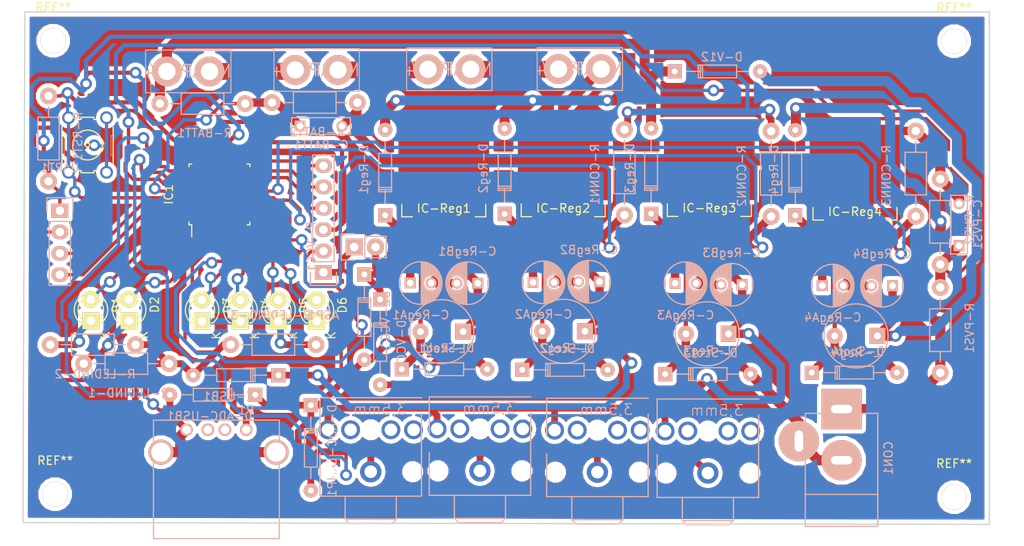
<source format=kicad_pcb>
(kicad_pcb (version 4) (host pcbnew "(2015-11-24 BZR 6329, Git e511afd)-product")
  (layers (0 F.Cu signal) (31 B.Cu signal) (34 B.Paste user) (35 F.Paste user) (36 B.SilkS user) (37 F.SilkS user) (38 B.Mask user) (39 F.Mask user) (44 Edge.Cuts user))
  (net 0 "")
  (net 1 VCC)
  (net 2 GND)
  (net 3 /NRST)
  (net 4 "Net-(ASP1-Pad4)")
  (net 5 "Net-(ASP1-Pad5)")
  (net 6 "Net-(ASP1-Pad6)")
  (net 7 +12V)
  (net 8 "Net-(BATT1-Pad2)")
  (net 9 "Net-(BATT2-Pad2)")
  (net 10 "Net-(BATT3-Pad2)")
  (net 11 /ADC-BATT)
  (net 12 /ADC-PV)
  (net 13 "Net-(C-RegA1-Pad1)")
  (net 14 "Net-(C-RegA2-Pad1)")
  (net 15 "Net-(C-RegA3-Pad1)")
  (net 16 "Net-(C-RegA4-Pad1)")
  (net 17 "Net-(C-RegB1-Pad1)")
  (net 18 "Net-(C-RegB2-Pad1)")
  (net 19 "Net-(C-RegB3-Pad1)")
  (net 20 "Net-(C-RegB4-Pad1)")
  (net 21 /PV-IN)
  (net 22 /ADC-LAMP)
  (net 23 /ADC-USB)
  (net 24 "Net-(D-Scot1-Pad1)")
  (net 25 "Net-(D-Scot2-Pad1)")
  (net 26 "Net-(D-Scot3-Pad1)")
  (net 27 "Net-(D-Scot4-Pad1)")
  (net 28 "Net-(D-VCC1-Pad1)")
  (net 29 "Net-(D1-Pad1)")
  (net 30 /L-IN)
  (net 31 "Net-(D2-Pad1)")
  (net 32 /L-OUT)
  (net 33 "Net-(D3-Pad1)")
  (net 34 /L1)
  (net 35 /L2)
  (net 36 /L3)
  (net 37 /L4)
  (net 38 /CONN-USB)
  (net 39 /CONN-LAMP)
  (net 40 /CONN-PV)
  (net 41 "Net-(IC1-Pad14)")
  (net 42 "Net-(IC1-Pad19)")
  (net 43 "Net-(IC1-Pad22)")
  (net 44 "Net-(IC1-Pad23)")
  (net 45 "Net-(IC1-Pad24)")
  (net 46 "Net-(IC1-Pad30)")
  (net 47 "Net-(IC1-Pad31)")
  (net 48 "Net-(IC1-Pad32)")
  (net 49 "Net-(U1-Pad3)")
  (net 50 "Net-(U1-Pad4)")
  (net 51 "Net-(U2-Pad3)")
  (net 52 "Net-(U2-Pad4)")
  (net 53 "Net-(U3-Pad3)")
  (net 54 "Net-(U3-Pad4)")
  (net 55 "Net-(U4-Pad3)")
  (net 56 "Net-(U4-Pad4)")
  (net 57 "Net-(P1-Pad3)")
  (net 58 "Net-(P1-Pad2)")
  (net 59 "Net-(U1-Pad2)")
  (net 60 "Net-(U2-Pad2)")
  (net 61 "Net-(U3-Pad2)")
  (net 62 "Net-(U4-Pad2)")
  (module switch-omron:B3F-10XX (layer F.Cu) (at 97.8408 74.803 90)
    (fp_text reference S-RST1)
    (fp_text value 10-XX)
    (pad 1 thru_hole oval (at -3.2512 -2.2606 90) (size 1.524 1.524) (drill 1.016) (layers *.Cu *.Mask) (net 3 /NRST))
    (pad 3 thru_hole oval (at -3.2512 2.2606 90) (size 1.524 1.524) (drill 1.016) (layers *.Cu *.Mask) (net 2 GND))
    (pad 2 thru_hole oval (at 3.2512 -2.2606 90) (size 1.524 1.524) (drill 1.016) (layers *.Cu *.Mask) (net 3 /NRST))
    (pad 4 thru_hole oval (at 3.2512 2.2606 90) (size 1.524 1.524) (drill 1.016) (layers *.Cu *.Mask) (net 2 GND))
  )
  (module Mounting_Holes:MountingHole_3mm (layer F.Cu) (at 93.98 116.3828)
    (fp_text reference REF** (at 0 -4.0005) (layer F.SilkS))
    (fp_text value MountingHole_3mm)
    (pad 1 thru_hole circle (at 0 0) (size 3 3) (drill 3) (layers))
  )
  (module Inductors:INDUCTOR_V (layer B.Cu) (at 154.5336 96.9772 180)
    (fp_text reference L-Reg2 (at 0 -1.99898 180) (layer B.SilkS) (effects (justify mirror)))
    (fp_text value INDUCTOR)
    (pad 1 thru_hole rect (at -2.54 0 180) (size 1.905 1.905) (drill 0.8128) (layers *.Cu *.Mask B.SilkS) (net 18 "Net-(C-RegB2-Pad1)"))
    (pad 2 thru_hole circle (at 2.54 0 180) (size 1.905 1.905) (drill 0.8128) (layers *.Cu *.Mask B.SilkS) (net 25 "Net-(D-Scot2-Pad1)"))
  )
  (module Capacitors_ThroughHole:C_Radial_D5_L6_P2.5 (layer B.Cu) (at 158.8116 91.0844 180)
    (fp_text reference C-RegB2 (at 1.25 3.8 180) (layer B.SilkS) (effects (justify mirror)))
    (fp_text value CP)
    (pad 1 thru_hole rect (at 0 0 180) (size 1.3 1.3) (drill 0.8) (layers *.Cu *.Mask B.SilkS) (net 18 "Net-(C-RegB2-Pad1)"))
    (pad 2 thru_hole circle (at 2.5 0 180) (size 1.3 1.3) (drill 0.8) (layers *.Cu *.Mask B.SilkS) (net 2 GND))
  )
  (module Capacitors_ThroughHole:C_Radial_D5_L6_P2.5 (layer B.Cu) (at 167.807 91.2622)
    (fp_text reference C-RegA3 (at 1.25 3.8) (layer B.SilkS) (effects (justify mirror)))
    (fp_text value CP)
    (pad 1 thru_hole rect (at 0 0) (size 1.3 1.3) (drill 0.8) (layers *.Cu *.Mask B.SilkS) (net 15 "Net-(C-RegA3-Pad1)"))
    (pad 2 thru_hole circle (at 2.5 0) (size 1.3 1.3) (drill 0.8) (layers *.Cu *.Mask B.SilkS) (net 2 GND))
  )
  (module Capacitors_ThroughHole:C_Radial_D5_L6_P2.5 (layer B.Cu) (at 185.333 91.5416)
    (fp_text reference C-RegA4 (at 1.25 3.8) (layer B.SilkS) (effects (justify mirror)))
    (fp_text value CP)
    (pad 1 thru_hole rect (at 0 0) (size 1.3 1.3) (drill 0.8) (layers *.Cu *.Mask B.SilkS) (net 16 "Net-(C-RegA4-Pad1)"))
    (pad 2 thru_hole circle (at 2.5 0) (size 1.3 1.3) (drill 0.8) (layers *.Cu *.Mask B.SilkS) (net 2 GND))
  )
  (module SparkFun:SparkFun-1X02_XTRA_BIG (layer B.Cu) (at 140.9192 65.786)
    (fp_text reference BATT3 (at 0 0) (layer B.SilkS) (effects (justify mirror)))
    (fp_text value M02PTH4 (at 0 0) (layer B.SilkS) (effects (justify mirror)))
    (pad 1 thru_hole circle (at -2.54 0) (size 3.556 3.556) (drill 2.0574) (layers *.Cu B.Paste B.SilkS B.Mask) (net 9 "Net-(BATT2-Pad2)"))
    (pad 2 thru_hole circle (at 2.54 0) (size 3.556 3.556) (drill 2.0574) (layers *.Cu B.Paste B.SilkS B.Mask) (net 10 "Net-(BATT3-Pad2)"))
  )
  (module Housings_QFP:TQFP-32_7x7mm_Pitch0.8mm (layer F.Cu) (at 113.5446 80.6876 90)
    (fp_text reference IC1 (at 0 -6.05 90) (layer F.SilkS))
    (fp_text value ATMEGA8A-A)
    (pad 1 smd rect (at -4.25 -2.8 90) (size 1.6 0.55) (layers F.Cu F.Paste F.Mask) (net 30 /L-IN))
    (pad 2 smd rect (at -4.25 -2 90) (size 1.6 0.55) (layers F.Cu F.Paste F.Mask) (net 32 /L-OUT))
    (pad 3 smd rect (at -4.25 -1.2 90) (size 1.6 0.55) (layers F.Cu F.Paste F.Mask) (net 2 GND))
    (pad 4 smd rect (at -4.25 -0.4 90) (size 1.6 0.55) (layers F.Cu F.Paste F.Mask) (net 1 VCC))
    (pad 5 smd rect (at -4.25 0.4 90) (size 1.6 0.55) (layers F.Cu F.Paste F.Mask) (net 2 GND))
    (pad 6 smd rect (at -4.25 1.2 90) (size 1.6 0.55) (layers F.Cu F.Paste F.Mask) (net 1 VCC))
    (pad 7 smd rect (at -4.25 2 90) (size 1.6 0.55) (layers F.Cu F.Paste F.Mask) (net 34 /L1))
    (pad 8 smd rect (at -4.25 2.8 90) (size 1.6 0.55) (layers F.Cu F.Paste F.Mask) (net 35 /L2))
    (pad 9 smd rect (at -2.8 4.25 180) (size 1.6 0.55) (layers F.Cu F.Paste F.Mask) (net 36 /L3))
    (pad 10 smd rect (at -2 4.25 180) (size 1.6 0.55) (layers F.Cu F.Paste F.Mask) (net 37 /L4))
    (pad 11 smd rect (at -1.2 4.25 180) (size 1.6 0.55) (layers F.Cu F.Paste F.Mask) (net 38 /CONN-USB))
    (pad 12 smd rect (at -0.4 4.25 180) (size 1.6 0.55) (layers F.Cu F.Paste F.Mask) (net 39 /CONN-LAMP))
    (pad 13 smd rect (at 0.4 4.25 180) (size 1.6 0.55) (layers F.Cu F.Paste F.Mask) (net 40 /CONN-PV))
    (pad 14 smd rect (at 1.2 4.25 180) (size 1.6 0.55) (layers F.Cu F.Paste F.Mask) (net 41 "Net-(IC1-Pad14)"))
    (pad 15 smd rect (at 2 4.25 180) (size 1.6 0.55) (layers F.Cu F.Paste F.Mask) (net 4 "Net-(ASP1-Pad4)"))
    (pad 16 smd rect (at 2.8 4.25 180) (size 1.6 0.55) (layers F.Cu F.Paste F.Mask) (net 5 "Net-(ASP1-Pad5)"))
    (pad 17 smd rect (at 4.25 2.8 90) (size 1.6 0.55) (layers F.Cu F.Paste F.Mask) (net 6 "Net-(ASP1-Pad6)"))
    (pad 18 smd rect (at 4.25 2 90) (size 1.6 0.55) (layers F.Cu F.Paste F.Mask) (net 1 VCC))
    (pad 19 smd rect (at 4.25 1.2 90) (size 1.6 0.55) (layers F.Cu F.Paste F.Mask) (net 42 "Net-(IC1-Pad19)"))
    (pad 20 smd rect (at 4.25 0.4 90) (size 1.6 0.55) (layers F.Cu F.Paste F.Mask) (net 1 VCC))
    (pad 21 smd rect (at 4.25 -0.4 90) (size 1.6 0.55) (layers F.Cu F.Paste F.Mask) (net 2 GND))
    (pad 22 smd rect (at 4.25 -1.2 90) (size 1.6 0.55) (layers F.Cu F.Paste F.Mask) (net 43 "Net-(IC1-Pad22)"))
    (pad 23 smd rect (at 4.25 -2 90) (size 1.6 0.55) (layers F.Cu F.Paste F.Mask) (net 44 "Net-(IC1-Pad23)"))
    (pad 24 smd rect (at 4.25 -2.8 90) (size 1.6 0.55) (layers F.Cu F.Paste F.Mask) (net 45 "Net-(IC1-Pad24)"))
    (pad 25 smd rect (at 2.8 -4.25 180) (size 1.6 0.55) (layers F.Cu F.Paste F.Mask) (net 23 /ADC-USB))
    (pad 26 smd rect (at 2 -4.25 180) (size 1.6 0.55) (layers F.Cu F.Paste F.Mask) (net 22 /ADC-LAMP))
    (pad 27 smd rect (at 1.2 -4.25 180) (size 1.6 0.55) (layers F.Cu F.Paste F.Mask) (net 12 /ADC-PV))
    (pad 28 smd rect (at 0.4 -4.25 180) (size 1.6 0.55) (layers F.Cu F.Paste F.Mask) (net 11 /ADC-BATT))
    (pad 29 smd rect (at -0.4 -4.25 180) (size 1.6 0.55) (layers F.Cu F.Paste F.Mask) (net 3 /NRST))
    (pad 30 smd rect (at -1.2 -4.25 180) (size 1.6 0.55) (layers F.Cu F.Paste F.Mask) (net 46 "Net-(IC1-Pad30)"))
    (pad 31 smd rect (at -2 -4.25 180) (size 1.6 0.55) (layers F.Cu F.Paste F.Mask) (net 47 "Net-(IC1-Pad31)"))
    (pad 32 smd rect (at -2.8 -4.25 180) (size 1.6 0.55) (layers F.Cu F.Paste F.Mask) (net 48 "Net-(IC1-Pad32)"))
  )
  (module SparkFun:SparkFun-1X02_XTRA_BIG (layer B.Cu) (at 109.8296 66.04)
    (fp_text reference BATT1 (at 0 0) (layer B.SilkS) (effects (justify mirror)))
    (fp_text value M02PTH4 (at 0 0) (layer B.SilkS) (effects (justify mirror)))
    (pad 1 thru_hole circle (at -2.54 0) (size 3.556 3.556) (drill 2.0574) (layers *.Cu B.Paste B.SilkS B.Mask) (net 7 +12V))
    (pad 2 thru_hole circle (at 2.54 0) (size 3.556 3.556) (drill 2.0574) (layers *.Cu B.Paste B.SilkS B.Mask) (net 8 "Net-(BATT1-Pad2)"))
  )
  (module SparkFun:SparkFun-1X02_XTRA_BIG (layer B.Cu) (at 125.1204 65.8622)
    (fp_text reference BATT2 (at 0 0) (layer B.SilkS) (effects (justify mirror)))
    (fp_text value M02PTH4 (at 0 0) (layer B.SilkS) (effects (justify mirror)))
    (pad 1 thru_hole circle (at -2.54 0) (size 3.556 3.556) (drill 2.0574) (layers *.Cu B.Paste B.SilkS B.Mask) (net 8 "Net-(BATT1-Pad2)"))
    (pad 2 thru_hole circle (at 2.54 0) (size 3.556 3.556) (drill 2.0574) (layers *.Cu B.Paste B.SilkS B.Mask) (net 9 "Net-(BATT2-Pad2)"))
  )
  (module SparkFun:SparkFun-1X02_XTRA_BIG (layer B.Cu) (at 156.464 65.7606)
    (fp_text reference BATT4 (at 0 0) (layer B.SilkS) (effects (justify mirror)))
    (fp_text value M02PTH4 (at 0 0) (layer B.SilkS) (effects (justify mirror)))
    (pad 1 thru_hole circle (at -2.54 0) (size 3.556 3.556) (drill 2.0574) (layers *.Cu B.Paste B.SilkS B.Mask) (net 10 "Net-(BATT3-Pad2)"))
    (pad 2 thru_hole circle (at 2.54 0) (size 3.556 3.556) (drill 2.0574) (layers *.Cu B.Paste B.SilkS B.Mask) (net 2 GND))
  )
  (module Capacitors_ThroughHole:C_Rect_L7_W2_P5 (layer B.Cu) (at 123.143 72.5424)
    (fp_text reference C-BATT1 (at 2.5 2.25) (layer B.SilkS) (effects (justify mirror)))
    (fp_text value C)
    (pad 1 thru_hole rect (at 0 0) (size 1.3 1.3) (drill 0.8) (layers *.Cu *.Mask B.SilkS) (net 11 /ADC-BATT))
    (pad 2 thru_hole circle (at 5 0) (size 1.3 1.3) (drill 0.8) (layers *.Cu *.Mask B.SilkS) (net 2 GND))
  )
  (module Capacitors_ThroughHole:C_Rect_L7_W2_P5 (layer B.Cu) (at 201.6252 86.788 90)
    (fp_text reference C-PVS1 (at 2.5 2.25 90) (layer B.SilkS) (effects (justify mirror)))
    (fp_text value C)
    (pad 1 thru_hole rect (at 0 0 90) (size 1.3 1.3) (drill 0.8) (layers *.Cu *.Mask B.SilkS) (net 12 /ADC-PV))
    (pad 2 thru_hole circle (at 5 0 90) (size 1.3 1.3) (drill 0.8) (layers *.Cu *.Mask B.SilkS) (net 2 GND))
  )
  (module Capacitors_ThroughHole:C_Radial_D5_L6_P2.5 (layer B.Cu) (at 136.2602 91.2368)
    (fp_text reference C-RegA1 (at 1.25 3.8) (layer B.SilkS) (effects (justify mirror)))
    (fp_text value CP)
    (pad 1 thru_hole rect (at 0 0) (size 1.3 1.3) (drill 0.8) (layers *.Cu *.Mask B.SilkS) (net 13 "Net-(C-RegA1-Pad1)"))
    (pad 2 thru_hole circle (at 2.5 0) (size 1.3 1.3) (drill 0.8) (layers *.Cu *.Mask B.SilkS) (net 2 GND))
  )
  (module Capacitors_ThroughHole:C_Radial_D5_L6_P2.5 (layer B.Cu) (at 150.8906 91.1606)
    (fp_text reference C-RegA2 (at 1.25 3.8) (layer B.SilkS) (effects (justify mirror)))
    (fp_text value CP)
    (pad 1 thru_hole rect (at 0 0) (size 1.3 1.3) (drill 0.8) (layers *.Cu *.Mask B.SilkS) (net 14 "Net-(C-RegA2-Pad1)"))
    (pad 2 thru_hole circle (at 2.5 0) (size 1.3 1.3) (drill 0.8) (layers *.Cu *.Mask B.SilkS) (net 2 GND))
  )
  (module Capacitors_ThroughHole:C_Radial_D5_L6_P2.5 (layer B.Cu) (at 144.3082 91.2622 180)
    (fp_text reference C-RegB1 (at 1.25 3.8 180) (layer B.SilkS) (effects (justify mirror)))
    (fp_text value CP)
    (pad 1 thru_hole rect (at 0 0 180) (size 1.3 1.3) (drill 0.8) (layers *.Cu *.Mask B.SilkS) (net 17 "Net-(C-RegB1-Pad1)"))
    (pad 2 thru_hole circle (at 2.5 0 180) (size 1.3 1.3) (drill 0.8) (layers *.Cu *.Mask B.SilkS) (net 2 GND))
  )
  (module Capacitors_ThroughHole:C_Radial_D5_L6_P2.5 (layer B.Cu) (at 175.7934 91.44 180)
    (fp_text reference C-RegB3 (at 1.25 3.8 180) (layer B.SilkS) (effects (justify mirror)))
    (fp_text value CP)
    (pad 1 thru_hole rect (at 0 0 180) (size 1.3 1.3) (drill 0.8) (layers *.Cu *.Mask B.SilkS) (net 19 "Net-(C-RegB3-Pad1)"))
    (pad 2 thru_hole circle (at 2.5 0 180) (size 1.3 1.3) (drill 0.8) (layers *.Cu *.Mask B.SilkS) (net 2 GND))
  )
  (module Capacitors_ThroughHole:C_Radial_D5_L6_P2.5 (layer B.Cu) (at 193.7004 91.567 180)
    (fp_text reference C-RegB4 (at 1.25 3.8 180) (layer B.SilkS) (effects (justify mirror)))
    (fp_text value CP)
    (pad 1 thru_hole rect (at 0 0 180) (size 1.3 1.3) (drill 0.8) (layers *.Cu *.Mask B.SilkS) (net 20 "Net-(C-RegB4-Pad1)"))
    (pad 2 thru_hole circle (at 2.5 0 180) (size 1.3 1.3) (drill 0.8) (layers *.Cu *.Mask B.SilkS) (net 2 GND))
  )
  (module Connect:JACK_ALIM (layer B.Cu) (at 187.6298 112.3442 90)
    (fp_text reference CON1 (at 0.254 5.588 90) (layer B.SilkS) (effects (justify mirror)))
    (fp_text value BARREL_JACK)
    (pad 2 thru_hole circle (at 0 0 90) (size 4.8006 4.8006) (drill oval 1.016 2.54) (layers *.Cu *.Mask B.SilkS) (net 2 GND))
    (pad 1 thru_hole rect (at 6.096 0 90) (size 4.8006 4.8006) (drill oval 1.016 2.54) (layers *.Cu *.Mask B.SilkS) (net 21 /PV-IN))
    (pad 3 thru_hole circle (at 2.286 -5.08 90) (size 4.8006 4.8006) (drill oval 2.54 1.016) (layers *.Cu *.Mask B.SilkS) (net 2 GND))
  )
  (module Diodes_ThroughHole:Diode_DO-35_SOD27_Horizontal_RM10 (layer B.Cu) (at 124.43206 105.79048 270)
    (fp_text reference D-ADC-LAMP1 (at 5.43052 -2.53746 270) (layer B.SilkS) (effects (justify mirror)))
    (fp_text value D_Schottky)
    (pad 2 thru_hole circle (at 10.16052 0.00254 90) (size 1.69926 1.69926) (drill 0.70104) (layers *.Cu *.Mask B.SilkS) (net 22 /ADC-LAMP))
    (pad 1 thru_hole rect (at 0.00052 0.00254 90) (size 1.69926 1.69926) (drill 0.70104) (layers *.Cu *.Mask B.SilkS) (net 2 GND))
  )
  (module Diodes_ThroughHole:Diode_DO-35_SOD27_Horizontal_RM10 (layer B.Cu) (at 117.80572 104.54894 180)
    (fp_text reference D-ADC-USB1 (at 5.43052 -2.53746 180) (layer B.SilkS) (effects (justify mirror)))
    (fp_text value D_Schottky)
    (pad 2 thru_hole circle (at 10.16052 0.00254) (size 1.69926 1.69926) (drill 0.70104) (layers *.Cu *.Mask B.SilkS) (net 23 /ADC-USB))
    (pad 1 thru_hole rect (at 0.00052 0.00254) (size 1.69926 1.69926) (drill 0.70104) (layers *.Cu *.Mask B.SilkS) (net 2 GND))
  )
  (module Diodes_ThroughHole:Diode_DO-35_SOD27_Horizontal_RM10 (layer B.Cu) (at 133.27634 83.16012 90)
    (fp_text reference D-Reg1 (at 5.43052 -2.53746 90) (layer B.SilkS) (effects (justify mirror)))
    (fp_text value D)
    (pad 2 thru_hole circle (at 10.16052 0.00254 270) (size 1.69926 1.69926) (drill 0.70104) (layers *.Cu *.Mask B.SilkS) (net 7 +12V))
    (pad 1 thru_hole rect (at 0.00052 0.00254 270) (size 1.69926 1.69926) (drill 0.70104) (layers *.Cu *.Mask B.SilkS) (net 13 "Net-(C-RegA1-Pad1)"))
  )
  (module Diodes_ThroughHole:Diode_DO-35_SOD27_Horizontal_RM10 (layer B.Cu) (at 147.50034 83.00772 90)
    (fp_text reference D-Reg2 (at 5.43052 -2.53746 90) (layer B.SilkS) (effects (justify mirror)))
    (fp_text value D)
    (pad 2 thru_hole circle (at 10.16052 0.00254 270) (size 1.69926 1.69926) (drill 0.70104) (layers *.Cu *.Mask B.SilkS) (net 7 +12V))
    (pad 1 thru_hole rect (at 0.00052 0.00254 270) (size 1.69926 1.69926) (drill 0.70104) (layers *.Cu *.Mask B.SilkS) (net 14 "Net-(C-RegA2-Pad1)"))
  )
  (module Diodes_ThroughHole:Diode_DO-35_SOD27_Horizontal_RM10 (layer B.Cu) (at 164.95014 82.98232 90)
    (fp_text reference D-Reg3 (at 5.43052 -2.53746 90) (layer B.SilkS) (effects (justify mirror)))
    (fp_text value D)
    (pad 2 thru_hole circle (at 10.16052 0.00254 270) (size 1.69926 1.69926) (drill 0.70104) (layers *.Cu *.Mask B.SilkS) (net 7 +12V))
    (pad 1 thru_hole rect (at 0.00052 0.00254 270) (size 1.69926 1.69926) (drill 0.70104) (layers *.Cu *.Mask B.SilkS) (net 15 "Net-(C-RegA3-Pad1)"))
  )
  (module Diodes_ThroughHole:Diode_DO-35_SOD27_Horizontal_RM10 (layer B.Cu) (at 182.12054 83.18552 90)
    (fp_text reference D-Reg4 (at 5.43052 -2.53746 90) (layer B.SilkS) (effects (justify mirror)))
    (fp_text value D)
    (pad 2 thru_hole circle (at 10.16052 0.00254 270) (size 1.69926 1.69926) (drill 0.70104) (layers *.Cu *.Mask B.SilkS) (net 21 /PV-IN))
    (pad 1 thru_hole rect (at 0.00052 0.00254 270) (size 1.69926 1.69926) (drill 0.70104) (layers *.Cu *.Mask B.SilkS) (net 16 "Net-(C-RegA4-Pad1)"))
  )
  (module Diodes_ThroughHole:Diode_DO-35_SOD27_Horizontal_RM10 (layer B.Cu) (at 135.255 101.4984)
    (fp_text reference D-Scot1 (at 5.43052 -2.53746) (layer B.SilkS) (effects (justify mirror)))
    (fp_text value D_Schottky)
    (pad 2 thru_hole circle (at 10.16052 0.00254 180) (size 1.69926 1.69926) (drill 0.70104) (layers *.Cu *.Mask B.SilkS) (net 2 GND))
    (pad 1 thru_hole rect (at 0.00052 0.00254 180) (size 1.69926 1.69926) (drill 0.70104) (layers *.Cu *.Mask B.SilkS) (net 24 "Net-(D-Scot1-Pad1)"))
  )
  (module Diodes_ThroughHole:Diode_DO-35_SOD27_Horizontal_RM10 (layer B.Cu) (at 149.60548 101.57714)
    (fp_text reference D-Scot2 (at 5.43052 -2.53746) (layer B.SilkS) (effects (justify mirror)))
    (fp_text value D_Schottky)
    (pad 2 thru_hole circle (at 10.16052 0.00254 180) (size 1.69926 1.69926) (drill 0.70104) (layers *.Cu *.Mask B.SilkS) (net 2 GND))
    (pad 1 thru_hole rect (at 0.00052 0.00254 180) (size 1.69926 1.69926) (drill 0.70104) (layers *.Cu *.Mask B.SilkS) (net 25 "Net-(D-Scot2-Pad1)"))
  )
  (module Diodes_ThroughHole:Diode_DO-35_SOD27_Horizontal_RM10 (layer B.Cu) (at 166.62348 102.08006)
    (fp_text reference D-Scot3 (at 5.43052 -2.53746) (layer B.SilkS) (effects (justify mirror)))
    (fp_text value D_Schottky)
    (pad 2 thru_hole circle (at 10.16052 0.00254 180) (size 1.69926 1.69926) (drill 0.70104) (layers *.Cu *.Mask B.SilkS) (net 2 GND))
    (pad 1 thru_hole rect (at 0.00052 0.00254 180) (size 1.69926 1.69926) (drill 0.70104) (layers *.Cu *.Mask B.SilkS) (net 26 "Net-(D-Scot3-Pad1)"))
  )
  (module Diodes_ThroughHole:Diode_DO-35_SOD27_Horizontal_RM10 (layer B.Cu) (at 184.0738 101.9048)
    (fp_text reference D-Scot4 (at 5.43052 -2.53746) (layer B.SilkS) (effects (justify mirror)))
    (fp_text value D_Schottky)
    (pad 2 thru_hole circle (at 10.16052 0.00254 180) (size 1.69926 1.69926) (drill 0.70104) (layers *.Cu *.Mask B.SilkS) (net 2 GND))
    (pad 1 thru_hole rect (at 0.00052 0.00254 180) (size 1.69926 1.69926) (drill 0.70104) (layers *.Cu *.Mask B.SilkS) (net 27 "Net-(D-Scot4-Pad1)"))
  )
  (module Diodes_ThroughHole:Diode_DO-35_SOD27_Horizontal_RM10 (layer B.Cu) (at 167.76648 66.03746)
    (fp_text reference D-V12 (at 5.61392 -1.72466) (layer B.SilkS) (effects (justify mirror)))
    (fp_text value D)
    (pad 2 thru_hole circle (at 10.16052 0.00254 180) (size 1.69926 1.69926) (drill 0.70104) (layers *.Cu *.Mask B.SilkS) (net 20 "Net-(C-RegB4-Pad1)"))
    (pad 1 thru_hole rect (at 0.00052 0.00254 180) (size 1.69926 1.69926) (drill 0.70104) (layers *.Cu *.Mask B.SilkS) (net 7 +12V))
  )
  (module Diodes_ThroughHole:Diode_DO-35_SOD27_Horizontal_RM10 (layer B.Cu) (at 120.57432 102.21214 180)
    (fp_text reference DZ-USB1 (at 5.43052 -2.53746 180) (layer B.SilkS) (effects (justify mirror)))
    (fp_text value 5v6)
    (pad 2 thru_hole circle (at 10.16052 0.00254) (size 1.69926 1.69926) (drill 0.70104) (layers *.Cu *.Mask B.SilkS) (net 2 GND))
    (pad 1 thru_hole rect (at 0.00052 0.00254) (size 1.69926 1.69926) (drill 0.70104) (layers *.Cu *.Mask B.SilkS) (net 18 "Net-(C-RegB2-Pad1)"))
  )
  (module Diodes_ThroughHole:Diode_DO-35_SOD27_Horizontal_RM10 (layer B.Cu) (at 130.80746 90.22028 270)
    (fp_text reference DZ-VCC1 (at 5.43052 -2.53746 270) (layer B.SilkS) (effects (justify mirror)))
    (fp_text value 5v1)
    (pad 2 thru_hole circle (at 10.16052 0.00254 90) (size 1.69926 1.69926) (drill 0.70104) (layers *.Cu *.Mask B.SilkS) (net 2 GND))
    (pad 1 thru_hole rect (at 0.00052 0.00254 90) (size 1.69926 1.69926) (drill 0.70104) (layers *.Cu *.Mask B.SilkS) (net 28 "Net-(D-VCC1-Pad1)"))
  )
  (module TO_SOT_Packages_SMD:TO-263-5Lead (layer F.Cu) (at 140.2606 85.852 90)
    (fp_text reference IC-Reg1 (at 3.5 0 180) (layer F.SilkS))
    (fp_text value LM2596S-5v)
    (pad 5 smd rect (at 0 3.4 90) (size 4.6 1.1) (layers F.Cu F.Paste F.Mask) (net 2 GND))
    (pad 4 smd rect (at 0 1.7 90) (size 4.6 1.1) (layers F.Cu F.Paste F.Mask) (net 17 "Net-(C-RegB1-Pad1)"))
    (pad 2 smd rect (at 0 -1.7 90) (size 4.6 1.1) (layers F.Cu F.Paste F.Mask) (net 24 "Net-(D-Scot1-Pad1)"))
    (pad 3 smd rect (at 9.15 0 90) (size 9.4 10.8) (layers F.Cu F.Paste F.Mask) (net 2 GND))
    (pad 3 smd rect (at 0 0 90) (size 4.6 1.1) (layers F.Cu F.Paste F.Mask) (net 2 GND))
    (pad 1 smd rect (at 0 -3.4 90) (size 4.6 1.1) (layers F.Cu F.Paste F.Mask) (net 13 "Net-(C-RegA1-Pad1)"))
  )
  (module TO_SOT_Packages_SMD:TO-263-5Lead (layer F.Cu) (at 154.4828 85.8326 90)
    (fp_text reference IC-Reg2 (at 3.5 0 180) (layer F.SilkS))
    (fp_text value LM2596S-5v)
    (pad 5 smd rect (at 0 3.4 90) (size 4.6 1.1) (layers F.Cu F.Paste F.Mask) (net 38 /CONN-USB))
    (pad 4 smd rect (at 0 1.7 90) (size 4.6 1.1) (layers F.Cu F.Paste F.Mask) (net 18 "Net-(C-RegB2-Pad1)"))
    (pad 2 smd rect (at 0 -1.7 90) (size 4.6 1.1) (layers F.Cu F.Paste F.Mask) (net 25 "Net-(D-Scot2-Pad1)"))
    (pad 3 smd rect (at 9.15 0 90) (size 9.4 10.8) (layers F.Cu F.Paste F.Mask) (net 2 GND))
    (pad 3 smd rect (at 0 0 90) (size 4.6 1.1) (layers F.Cu F.Paste F.Mask) (net 2 GND))
    (pad 1 smd rect (at 0 -3.4 90) (size 4.6 1.1) (layers F.Cu F.Paste F.Mask) (net 14 "Net-(C-RegA2-Pad1)"))
  )
  (module TO_SOT_Packages_SMD:TO-263-5Lead (layer F.Cu) (at 171.8818 85.8072 90)
    (fp_text reference IC-Reg3 (at 3.5 0 180) (layer F.SilkS))
    (fp_text value LM2596S-12v)
    (pad 5 smd rect (at 0 3.4 90) (size 4.6 1.1) (layers F.Cu F.Paste F.Mask) (net 39 /CONN-LAMP))
    (pad 4 smd rect (at 0 1.7 90) (size 4.6 1.1) (layers F.Cu F.Paste F.Mask) (net 19 "Net-(C-RegB3-Pad1)"))
    (pad 2 smd rect (at 0 -1.7 90) (size 4.6 1.1) (layers F.Cu F.Paste F.Mask) (net 26 "Net-(D-Scot3-Pad1)"))
    (pad 3 smd rect (at 9.15 0 90) (size 9.4 10.8) (layers F.Cu F.Paste F.Mask) (net 2 GND))
    (pad 3 smd rect (at 0 0 90) (size 4.6 1.1) (layers F.Cu F.Paste F.Mask) (net 2 GND))
    (pad 1 smd rect (at 0 -3.4 90) (size 4.6 1.1) (layers F.Cu F.Paste F.Mask) (net 15 "Net-(C-RegA3-Pad1)"))
  )
  (module TO_SOT_Packages_SMD:TO-263-5Lead (layer F.Cu) (at 189.23 86.239 90)
    (fp_text reference IC-Reg4 (at 3.5 0 180) (layer F.SilkS))
    (fp_text value LM2596S-Adj)
    (pad 5 smd rect (at 0 3.4 90) (size 4.6 1.1) (layers F.Cu F.Paste F.Mask) (net 40 /CONN-PV))
    (pad 4 smd rect (at 0 1.7 90) (size 4.6 1.1) (layers F.Cu F.Paste F.Mask) (net 2 GND))
    (pad 2 smd rect (at 0 -1.7 90) (size 4.6 1.1) (layers F.Cu F.Paste F.Mask) (net 27 "Net-(D-Scot4-Pad1)"))
    (pad 3 smd rect (at 9.15 0 90) (size 9.4 10.8) (layers F.Cu F.Paste F.Mask) (net 2 GND))
    (pad 3 smd rect (at 0 0 90) (size 4.6 1.1) (layers F.Cu F.Paste F.Mask) (net 2 GND))
    (pad 1 smd rect (at 0 -3.4 90) (size 4.6 1.1) (layers F.Cu F.Paste F.Mask) (net 16 "Net-(C-RegA4-Pad1)"))
  )
  (module Inductors:INDUCTOR_V (layer B.Cu) (at 140.0302 97.028 180)
    (fp_text reference L-Reg1 (at 0 -1.99898 180) (layer B.SilkS) (effects (justify mirror)))
    (fp_text value INDUCTOR)
    (pad 1 thru_hole rect (at -2.54 0 180) (size 1.905 1.905) (drill 0.8128) (layers *.Cu *.Mask B.SilkS) (net 17 "Net-(C-RegB1-Pad1)"))
    (pad 2 thru_hole circle (at 2.54 0 180) (size 1.905 1.905) (drill 0.8128) (layers *.Cu *.Mask B.SilkS) (net 24 "Net-(D-Scot1-Pad1)"))
  )
  (module Inductors:INDUCTOR_V (layer B.Cu) (at 171.6278 97.282 180)
    (fp_text reference L-Reg3 (at 0 -1.99898 180) (layer B.SilkS) (effects (justify mirror)))
    (fp_text value INDUCTOR)
    (pad 1 thru_hole rect (at -2.54 0 180) (size 1.905 1.905) (drill 0.8128) (layers *.Cu *.Mask B.SilkS) (net 19 "Net-(C-RegB3-Pad1)"))
    (pad 2 thru_hole circle (at 2.54 0 180) (size 1.905 1.905) (drill 0.8128) (layers *.Cu *.Mask B.SilkS) (net 26 "Net-(D-Scot3-Pad1)"))
  )
  (module Inductors:INDUCTOR_V (layer B.Cu) (at 189.357 97.536 180)
    (fp_text reference L-Reg4 (at 0 -1.99898 180) (layer B.SilkS) (effects (justify mirror)))
    (fp_text value INDUCTOR)
    (pad 1 thru_hole rect (at -2.54 0 180) (size 1.905 1.905) (drill 0.8128) (layers *.Cu *.Mask B.SilkS) (net 20 "Net-(C-RegB4-Pad1)"))
    (pad 2 thru_hole circle (at 2.54 0 180) (size 1.905 1.905) (drill 0.8128) (layers *.Cu *.Mask B.SilkS) (net 27 "Net-(D-Scot4-Pad1)"))
  )
  (module Pin_Headers:Pin_Header_Straight_1x02 (layer B.Cu) (at 129.5908 86.9442 270)
    (fp_text reference P-VCC1 (at 0 5.1 270) (layer B.SilkS) (effects (justify mirror)))
    (fp_text value CONN_01X02)
    (pad 1 thru_hole rect (at 0 0 270) (size 2.032 2.032) (drill 1.016) (layers *.Cu *.Mask B.SilkS) (net 1 VCC))
    (pad 2 thru_hole oval (at 0 -2.54 270) (size 2.032 2.032) (drill 1.016) (layers *.Cu *.Mask B.SilkS) (net 28 "Net-(D-VCC1-Pad1)"))
  )
  (module Resistors_ThroughHole:Resistor_Horizontal_RM10mm (layer B.Cu) (at 111.5314 69.8754)
    (fp_text reference R-BATT1 (at 0.24892 3.50012) (layer B.SilkS) (effects (justify mirror)))
    (fp_text value R)
    (pad 1 thru_hole circle (at -5.08 0) (size 1.99898 1.99898) (drill 1.00076) (layers *.Cu *.SilkS *.Mask) (net 7 +12V))
    (pad 2 thru_hole circle (at 5.08 0) (size 1.99898 1.99898) (drill 1.00076) (layers *.Cu *.SilkS *.Mask) (net 11 /ADC-BATT))
  )
  (module Resistors_ThroughHole:Resistor_Horizontal_RM10mm (layer B.Cu) (at 124.8918 69.7484)
    (fp_text reference R-BATT2 (at 0.24892 3.50012) (layer B.SilkS) (effects (justify mirror)))
    (fp_text value R)
    (pad 1 thru_hole circle (at -5.08 0) (size 1.99898 1.99898) (drill 1.00076) (layers *.Cu *.SilkS *.Mask) (net 11 /ADC-BATT))
    (pad 2 thru_hole circle (at 5.08 0) (size 1.99898 1.99898) (drill 1.00076) (layers *.Cu *.SilkS *.Mask) (net 2 GND))
  )
  (module Resistors_ThroughHole:Resistor_Horizontal_RM10mm (layer B.Cu) (at 161.7726 78.0542 270)
    (fp_text reference R-CONN1 (at 0.24892 3.50012 270) (layer B.SilkS) (effects (justify mirror)))
    (fp_text value 4k7)
    (pad 1 thru_hole circle (at -5.08 0 270) (size 1.99898 1.99898) (drill 1.00076) (layers *.Cu *.SilkS *.Mask) (net 1 VCC))
    (pad 2 thru_hole circle (at 5.08 0 270) (size 1.99898 1.99898) (drill 1.00076) (layers *.Cu *.SilkS *.Mask) (net 38 /CONN-USB))
  )
  (module Resistors_ThroughHole:Resistor_Horizontal_RM10mm (layer B.Cu) (at 179.2478 78.232 270)
    (fp_text reference R-CONN2 (at 0.24892 3.50012 270) (layer B.SilkS) (effects (justify mirror)))
    (fp_text value 4k7)
    (pad 1 thru_hole circle (at -5.08 0 270) (size 1.99898 1.99898) (drill 1.00076) (layers *.Cu *.SilkS *.Mask) (net 1 VCC))
    (pad 2 thru_hole circle (at 5.08 0 270) (size 1.99898 1.99898) (drill 1.00076) (layers *.Cu *.SilkS *.Mask) (net 39 /CONN-LAMP))
  )
  (module Resistors_ThroughHole:Resistor_Horizontal_RM10mm (layer B.Cu) (at 196.469 78.2066 270)
    (fp_text reference R-CONN3 (at 0.24892 3.50012 270) (layer B.SilkS) (effects (justify mirror)))
    (fp_text value 4k7)
    (pad 1 thru_hole circle (at -5.08 0 270) (size 1.99898 1.99898) (drill 1.00076) (layers *.Cu *.SilkS *.Mask) (net 2 GND))
    (pad 2 thru_hole circle (at 5.08 0 270) (size 1.99898 1.99898) (drill 1.00076) (layers *.Cu *.SilkS *.Mask) (net 40 /CONN-PV))
  )
  (module Resistors_ThroughHole:Resistor_Horizontal_RM10mm (layer B.Cu) (at 102.4636 100.838)
    (fp_text reference R-LEDIND-1 (at 0.24892 3.50012) (layer B.SilkS) (effects (justify mirror)))
    (fp_text value 330)
    (pad 1 thru_hole circle (at -5.08 0) (size 1.99898 1.99898) (drill 1.00076) (layers *.Cu *.SilkS *.Mask) (net 31 "Net-(D2-Pad1)"))
    (pad 2 thru_hole circle (at 5.08 0) (size 1.99898 1.99898) (drill 1.00076) (layers *.Cu *.SilkS *.Mask) (net 2 GND))
  )
  (module Resistors_ThroughHole:Resistor_Horizontal_RM10mm (layer B.Cu) (at 98.4758 98.5774)
    (fp_text reference R-LEDIND-2 (at 0.24892 3.50012) (layer B.SilkS) (effects (justify mirror)))
    (fp_text value 330)
    (pad 1 thru_hole circle (at -5.08 0) (size 1.99898 1.99898) (drill 1.00076) (layers *.Cu *.SilkS *.Mask) (net 29 "Net-(D1-Pad1)"))
    (pad 2 thru_hole circle (at 5.08 0) (size 1.99898 1.99898) (drill 1.00076) (layers *.Cu *.SilkS *.Mask) (net 2 GND))
  )
  (module Resistors_ThroughHole:Resistor_Horizontal_RM10mm (layer B.Cu) (at 119.9642 98.5774 180)
    (fp_text reference R-LEDIND-3 (at 0.24892 3.50012 180) (layer B.SilkS) (effects (justify mirror)))
    (fp_text value 330)
    (pad 1 thru_hole circle (at -5.08 0 180) (size 1.99898 1.99898) (drill 1.00076) (layers *.Cu *.SilkS *.Mask) (net 33 "Net-(D3-Pad1)"))
    (pad 2 thru_hole circle (at 5.08 0 180) (size 1.99898 1.99898) (drill 1.00076) (layers *.Cu *.SilkS *.Mask) (net 2 GND))
  )
  (module Resistors_ThroughHole:Resistor_Horizontal_RM10mm (layer B.Cu) (at 199.39 96.8502 90)
    (fp_text reference R-PVS1 (at 0.24892 3.50012 90) (layer B.SilkS) (effects (justify mirror)))
    (fp_text value R)
    (pad 1 thru_hole circle (at -5.08 0 90) (size 1.99898 1.99898) (drill 1.00076) (layers *.Cu *.SilkS *.Mask) (net 21 /PV-IN))
    (pad 2 thru_hole circle (at 5.08 0 90) (size 1.99898 1.99898) (drill 1.00076) (layers *.Cu *.SilkS *.Mask) (net 12 /ADC-PV))
  )
  (module Resistors_ThroughHole:Resistor_Horizontal_RM10mm (layer B.Cu) (at 199.39 83.947 90)
    (fp_text reference R-PVS2 (at 0.24892 3.50012 90) (layer B.SilkS) (effects (justify mirror)))
    (fp_text value R)
    (pad 1 thru_hole circle (at -5.08 0 90) (size 1.99898 1.99898) (drill 1.00076) (layers *.Cu *.SilkS *.Mask) (net 12 /ADC-PV))
    (pad 2 thru_hole circle (at 5.08 0 90) (size 1.99898 1.99898) (drill 1.00076) (layers *.Cu *.SilkS *.Mask) (net 2 GND))
  )
  (module Resistors_ThroughHole:Resistor_Horizontal_RM10mm (layer B.Cu) (at 93.1926 74.041 90)
    (fp_text reference R-RST1 (at 0.24892 3.50012 90) (layer B.SilkS) (effects (justify mirror)))
    (fp_text value 4k7)
    (pad 1 thru_hole circle (at -5.08 0 90) (size 1.99898 1.99898) (drill 1.00076) (layers *.Cu *.SilkS *.Mask) (net 1 VCC))
    (pad 2 thru_hole circle (at 5.08 0 90) (size 1.99898 1.99898) (drill 1.00076) (layers *.Cu *.SilkS *.Mask) (net 3 /NRST))
  )
  (module adafruit:STX3100 (layer B.Cu) (at 158.65602 116.46154 90)
    (fp_text reference U1)
    (fp_text value STEREOJACK_STX3100)
    (fp_text user 3,5mm (at 10.15492 0.98044 360) (layer B.SilkS) (effects (font (size 1.27 1.27) (thickness 0.127)) (justify mirror)))
    (pad Hole np_thru_hole circle (at 2.69748 4.89966 90) (size 1.4986 1.4986) (drill 1.4986) (layers *.Cu *.Mask B.SilkS))
    (pad Hole np_thru_hole circle (at 2.69748 -5.09778 90) (size 1.4986 1.4986) (drill 1.4986) (layers *.Cu *.Mask B.SilkS))
    (pad Hole np_thru_hole circle (at 7.69874 -0.09906 90) (size 1.4986 1.4986) (drill 1.4986) (layers *.Cu *.Mask B.SilkS))
    (pad 1 thru_hole oval (at 2.69748 -0.09906 90) (size 2.54 2.54) (drill 1.4986) (layers *.Cu *.Mask) (net 22 /ADC-LAMP))
    (pad 3 thru_hole oval (at 7.69874 2.2987 90) (size 2.2479 2.2479) (drill 1.4986) (layers *.Cu *.Mask) (net 49 "Net-(U1-Pad3)"))
    (pad 4 thru_hole oval (at 7.69874 -2.49936 90) (size 2.2479 2.2479) (drill 1.4986) (layers *.Cu *.Mask) (net 50 "Net-(U1-Pad4)"))
    (pad 5 thru_hole oval (at 7.69874 -5.19938 90) (size 2.2479 2.2479) (drill 1.4986) (layers *.Cu *.Mask) (net 19 "Net-(C-RegB3-Pad1)"))
    (pad 2 thru_hole oval (at 7.69874 4.99872 90) (size 2.2479 2.2479) (drill 1.4986) (layers *.Cu *.Mask) (net 59 "Net-(U1-Pad2)"))
  )
  (module adafruit:STX3100 (layer B.Cu) (at 171.81322 116.56314 90)
    (fp_text reference U2)
    (fp_text value STEREOJACK_STX3100)
    (fp_text user 3,5mm (at 10.15492 0.98044 360) (layer B.SilkS) (effects (font (size 1.27 1.27) (thickness 0.127)) (justify mirror)))
    (pad Hole np_thru_hole circle (at 2.69748 4.89966 90) (size 1.4986 1.4986) (drill 1.4986) (layers *.Cu *.Mask B.SilkS))
    (pad Hole np_thru_hole circle (at 2.69748 -5.09778 90) (size 1.4986 1.4986) (drill 1.4986) (layers *.Cu *.Mask B.SilkS))
    (pad Hole np_thru_hole circle (at 7.69874 -0.09906 90) (size 1.4986 1.4986) (drill 1.4986) (layers *.Cu *.Mask B.SilkS))
    (pad 1 thru_hole oval (at 2.69748 -0.09906 90) (size 2.54 2.54) (drill 1.4986) (layers *.Cu *.Mask) (net 22 /ADC-LAMP))
    (pad 3 thru_hole oval (at 7.69874 2.2987 90) (size 2.2479 2.2479) (drill 1.4986) (layers *.Cu *.Mask) (net 51 "Net-(U2-Pad3)"))
    (pad 4 thru_hole oval (at 7.69874 -2.49936 90) (size 2.2479 2.2479) (drill 1.4986) (layers *.Cu *.Mask) (net 52 "Net-(U2-Pad4)"))
    (pad 5 thru_hole oval (at 7.69874 -5.19938 90) (size 2.2479 2.2479) (drill 1.4986) (layers *.Cu *.Mask) (net 19 "Net-(C-RegB3-Pad1)"))
    (pad 2 thru_hole oval (at 7.69874 4.99872 90) (size 2.2479 2.2479) (drill 1.4986) (layers *.Cu *.Mask) (net 60 "Net-(U2-Pad2)"))
  )
  (module adafruit:STX3100 (layer B.Cu) (at 144.66824 116.30914 90)
    (fp_text reference U3)
    (fp_text value STEREOJACK_STX3100)
    (fp_text user 3,5mm (at 10.15492 0.98044 360) (layer B.SilkS) (effects (font (size 1.27 1.27) (thickness 0.127)) (justify mirror)))
    (pad Hole np_thru_hole circle (at 2.69748 4.89966 90) (size 1.4986 1.4986) (drill 1.4986) (layers *.Cu *.Mask B.SilkS))
    (pad Hole np_thru_hole circle (at 2.69748 -5.09778 90) (size 1.4986 1.4986) (drill 1.4986) (layers *.Cu *.Mask B.SilkS))
    (pad Hole np_thru_hole circle (at 7.69874 -0.09906 90) (size 1.4986 1.4986) (drill 1.4986) (layers *.Cu *.Mask B.SilkS))
    (pad 1 thru_hole oval (at 2.69748 -0.09906 90) (size 2.54 2.54) (drill 1.4986) (layers *.Cu *.Mask) (net 22 /ADC-LAMP))
    (pad 3 thru_hole oval (at 7.69874 2.2987 90) (size 2.2479 2.2479) (drill 1.4986) (layers *.Cu *.Mask) (net 53 "Net-(U3-Pad3)"))
    (pad 4 thru_hole oval (at 7.69874 -2.49936 90) (size 2.2479 2.2479) (drill 1.4986) (layers *.Cu *.Mask) (net 54 "Net-(U3-Pad4)"))
    (pad 5 thru_hole oval (at 7.69874 -5.19938 90) (size 2.2479 2.2479) (drill 1.4986) (layers *.Cu *.Mask) (net 19 "Net-(C-RegB3-Pad1)"))
    (pad 2 thru_hole oval (at 7.69874 4.99872 90) (size 2.2479 2.2479) (drill 1.4986) (layers *.Cu *.Mask) (net 61 "Net-(U3-Pad2)"))
  )
  (module adafruit:STX3100 (layer B.Cu) (at 131.66344 116.41074 90)
    (fp_text reference U4)
    (fp_text value STEREOJACK_STX3100)
    (fp_text user 3,5mm (at 10.15492 0.98044 360) (layer B.SilkS) (effects (font (size 1.27 1.27) (thickness 0.127)) (justify mirror)))
    (pad Hole np_thru_hole circle (at 2.69748 4.89966 90) (size 1.4986 1.4986) (drill 1.4986) (layers *.Cu *.Mask B.SilkS))
    (pad Hole np_thru_hole circle (at 2.69748 -5.09778 90) (size 1.4986 1.4986) (drill 1.4986) (layers *.Cu *.Mask B.SilkS))
    (pad Hole np_thru_hole circle (at 7.69874 -0.09906 90) (size 1.4986 1.4986) (drill 1.4986) (layers *.Cu *.Mask B.SilkS))
    (pad 1 thru_hole oval (at 2.69748 -0.09906 90) (size 2.54 2.54) (drill 1.4986) (layers *.Cu *.Mask) (net 22 /ADC-LAMP))
    (pad 3 thru_hole oval (at 7.69874 2.2987 90) (size 2.2479 2.2479) (drill 1.4986) (layers *.Cu *.Mask) (net 55 "Net-(U4-Pad3)"))
    (pad 4 thru_hole oval (at 7.69874 -2.49936 90) (size 2.2479 2.2479) (drill 1.4986) (layers *.Cu *.Mask) (net 56 "Net-(U4-Pad4)"))
    (pad 5 thru_hole oval (at 7.69874 -5.19938 90) (size 2.2479 2.2479) (drill 1.4986) (layers *.Cu *.Mask) (net 19 "Net-(C-RegB3-Pad1)"))
    (pad 2 thru_hole oval (at 7.69874 4.99872 90) (size 2.2479 2.2479) (drill 1.4986) (layers *.Cu *.Mask) (net 62 "Net-(U4-Pad2)"))
  )
  (module Pin_Headers:Pin_Header_Straight_1x06 (layer B.Cu) (at 125.9332 89.9668)
    (fp_text reference ASP1 (at 0 5.1) (layer B.SilkS) (effects (justify mirror)))
    (fp_text value CONN_01X06)
    (pad 1 thru_hole rect (at 0 0) (size 2.032 1.7272) (drill 1.016) (layers *.Cu *.Mask B.SilkS) (net 1 VCC))
    (pad 2 thru_hole oval (at 0 -2.54) (size 2.032 1.7272) (drill 1.016) (layers *.Cu *.Mask B.SilkS) (net 2 GND))
    (pad 3 thru_hole oval (at 0 -5.08) (size 2.032 1.7272) (drill 1.016) (layers *.Cu *.Mask B.SilkS) (net 3 /NRST))
    (pad 4 thru_hole oval (at 0 -7.62) (size 2.032 1.7272) (drill 1.016) (layers *.Cu *.Mask B.SilkS) (net 4 "Net-(ASP1-Pad4)"))
    (pad 5 thru_hole oval (at 0 -10.16) (size 2.032 1.7272) (drill 1.016) (layers *.Cu *.Mask B.SilkS) (net 5 "Net-(ASP1-Pad5)"))
    (pad 6 thru_hole oval (at 0 -12.7) (size 2.032 1.7272) (drill 1.016) (layers *.Cu *.Mask B.SilkS) (net 6 "Net-(ASP1-Pad6)"))
  )
  (module Connect:USB_A (layer B.Cu) (at 116.73926 108.71412 180)
    (fp_text reference P1 (at 0 2.35 180) (layer B.SilkS) (effects (justify mirror)))
    (fp_text value USB_A)
    (pad 4 thru_hole circle (at 7.11286 0.00212 270) (size 1.50114 1.50114) (drill 1.00076) (layers *.Cu *.Mask B.SilkS) (net 23 /ADC-USB))
    (pad 3 thru_hole circle (at 4.57286 0.00212 270) (size 1.50114 1.50114) (drill 1.00076) (layers *.Cu *.Mask B.SilkS) (net 57 "Net-(P1-Pad3)"))
    (pad 2 thru_hole circle (at 2.54086 0.00212 270) (size 1.50114 1.50114) (drill 1.00076) (layers *.Cu *.Mask B.SilkS) (net 58 "Net-(P1-Pad2)"))
    (pad 1 thru_hole circle (at 0.00086 0.00212 270) (size 1.50114 1.50114) (drill 1.00076) (layers *.Cu *.Mask B.SilkS) (net 18 "Net-(C-RegB2-Pad1)"))
    (pad 5 thru_hole circle (at 10.16086 -2.66488 270) (size 2.99974 2.99974) (drill 2.30124) (layers *.Cu *.Mask B.SilkS) (net 23 /ADC-USB))
    (pad 5 thru_hole circle (at -3.55514 -2.66488 270) (size 2.99974 2.99974) (drill 2.30124) (layers *.Cu *.Mask B.SilkS) (net 23 /ADC-USB))
  )
  (module Pin_Headers:Pin_Header_Straight_1x04 (layer B.Cu) (at 94.5388 82.6262 180)
    (fp_text reference UART1 (at 0 5.1 180) (layer B.SilkS) (effects (justify mirror)))
    (fp_text value CONN_01X04)
    (pad 1 thru_hole rect (at 0 0 180) (size 2.032 1.7272) (drill 1.016) (layers *.Cu *.Mask B.SilkS) (net 1 VCC))
    (pad 2 thru_hole oval (at 0 -2.54 180) (size 2.032 1.7272) (drill 1.016) (layers *.Cu *.Mask B.SilkS) (net 2 GND))
    (pad 3 thru_hole oval (at 0 -5.08 180) (size 2.032 1.7272) (drill 1.016) (layers *.Cu *.Mask B.SilkS) (net 46 "Net-(IC1-Pad30)"))
    (pad 4 thru_hole oval (at 0 -7.62 180) (size 2.032 1.7272) (drill 1.016) (layers *.Cu *.Mask B.SilkS) (net 47 "Net-(IC1-Pad31)"))
  )
  (module LEDs:LED-3MM (layer F.Cu) (at 98.2218 95.7326 90)
    (fp_text reference D1 (at 1.91 3.06 90) (layer F.SilkS))
    (fp_text value LED)
    (fp_text user K (at -1.69 1.74 90) (layer F.SilkS))
    (pad 1 thru_hole rect (at 0 0 180) (size 2 2) (drill 1.00076) (layers *.Cu *.Mask F.SilkS) (net 29 "Net-(D1-Pad1)"))
    (pad 2 thru_hole circle (at 2.54 0 90) (size 2 2) (drill 1.00076) (layers *.Cu *.Mask F.SilkS) (net 30 /L-IN))
  )
  (module LEDs:LED-3MM (layer F.Cu) (at 102.7684 95.7326 90)
    (fp_text reference D2 (at 1.91 3.06 90) (layer F.SilkS))
    (fp_text value LED)
    (fp_text user K (at -1.69 1.74 90) (layer F.SilkS))
    (pad 1 thru_hole rect (at 0 0 180) (size 2 2) (drill 1.00076) (layers *.Cu *.Mask F.SilkS) (net 31 "Net-(D2-Pad1)"))
    (pad 2 thru_hole circle (at 2.54 0 90) (size 2 2) (drill 1.00076) (layers *.Cu *.Mask F.SilkS) (net 32 /L-OUT))
  )
  (module LEDs:LED-3MM (layer F.Cu) (at 111.4552 95.7834 90)
    (fp_text reference D3 (at 1.91 3.06 90) (layer F.SilkS))
    (fp_text value LED)
    (fp_text user K (at -1.69 1.74 90) (layer F.SilkS))
    (pad 1 thru_hole rect (at 0 0 180) (size 2 2) (drill 1.00076) (layers *.Cu *.Mask F.SilkS) (net 33 "Net-(D3-Pad1)"))
    (pad 2 thru_hole circle (at 2.54 0 90) (size 2 2) (drill 1.00076) (layers *.Cu *.Mask F.SilkS) (net 34 /L1))
  )
  (module LEDs:LED-3MM (layer F.Cu) (at 116.0272 95.7834 90)
    (fp_text reference D4 (at 1.91 3.06 90) (layer F.SilkS))
    (fp_text value LED)
    (fp_text user K (at -1.69 1.74 90) (layer F.SilkS))
    (pad 1 thru_hole rect (at 0 0 180) (size 2 2) (drill 1.00076) (layers *.Cu *.Mask F.SilkS) (net 33 "Net-(D3-Pad1)"))
    (pad 2 thru_hole circle (at 2.54 0 90) (size 2 2) (drill 1.00076) (layers *.Cu *.Mask F.SilkS) (net 35 /L2))
  )
  (module LEDs:LED-3MM (layer F.Cu) (at 120.5484 95.7834 90)
    (fp_text reference D5 (at 1.91 3.06 90) (layer F.SilkS))
    (fp_text value LED)
    (fp_text user K (at -1.69 1.74 90) (layer F.SilkS))
    (pad 1 thru_hole rect (at 0 0 180) (size 2 2) (drill 1.00076) (layers *.Cu *.Mask F.SilkS) (net 33 "Net-(D3-Pad1)"))
    (pad 2 thru_hole circle (at 2.54 0 90) (size 2 2) (drill 1.00076) (layers *.Cu *.Mask F.SilkS) (net 36 /L3))
  )
  (module LEDs:LED-3MM (layer F.Cu) (at 125.1204 95.7834 90)
    (fp_text reference D6 (at 1.91 3.06 90) (layer F.SilkS))
    (fp_text value LED)
    (fp_text user K (at -1.69 1.74 90) (layer F.SilkS))
    (pad 1 thru_hole rect (at 0 0 180) (size 2 2) (drill 1.00076) (layers *.Cu *.Mask F.SilkS) (net 33 "Net-(D3-Pad1)"))
    (pad 2 thru_hole circle (at 2.54 0 90) (size 2 2) (drill 1.00076) (layers *.Cu *.Mask F.SilkS) (net 37 /L4))
  )
  (module Diodes_ThroughHole:Diode_DO-35_SOD27_Horizontal_RM10 (layer B.Cu) (at 132.68706 93.19208 270)
    (fp_text reference D-VCC1 (at 5.43052 -2.53746 270) (layer B.SilkS) (effects (justify mirror)))
    (fp_text value D_Schottky)
    (pad 2 thru_hole circle (at 10.16052 0.00254 90) (size 1.69926 1.69926) (drill 0.70104) (layers *.Cu *.Mask B.SilkS) (net 17 "Net-(C-RegB1-Pad1)"))
    (pad 1 thru_hole rect (at 0.00052 0.00254 90) (size 1.69926 1.69926) (drill 0.70104) (layers *.Cu *.Mask B.SilkS) (net 28 "Net-(D-VCC1-Pad1)"))
  )
  (module Mounting_Holes:MountingHole_3mm (layer F.Cu) (at 93.7514 62.3824)
    (fp_text reference REF** (at 0 -4.0005) (layer F.SilkS))
    (fp_text value MountingHole_3mm)
    (pad 1 thru_hole circle (at 0 0) (size 3 3) (drill 3) (layers))
  )
  (module Mounting_Holes:MountingHole_3mm (layer F.Cu) (at 201.041 116.7384)
    (fp_text reference REF** (at 0 -4.0005) (layer F.SilkS))
    (fp_text value MountingHole_3mm)
    (pad 1 thru_hole circle (at 0 0) (size 3 3) (drill 3) (layers))
  )
  (module Mounting_Holes:MountingHole_3mm (layer F.Cu) (at 201.041 62.4332)
    (fp_text reference REF** (at 0 -4.0005) (layer F.SilkS))
    (fp_text value MountingHole_3mm)
    (pad 1 thru_hole circle (at 0 0) (size 3 3) (drill 3) (layers))
  )
  (gr_line (start 90.1446 119.761) (end 90.3732 58.9534) (layer Edge.Cuts) (width 0.15))
  (gr_line (start 205.232 119.9896) (end 90.1446 119.761) (layer Edge.Cuts) (width 0.15))
  (gr_line (start 205.232 58.9534) (end 205.232 119.9896) (layer Edge.Cuts) (width 0.15))
  (gr_line (start 90.3732 58.9534) (end 205.232 58.9534) (layer Edge.Cuts) (width 0.15))
  (segment (start 176.4284 70.8152) (end 176.4284 67.691) (width 0.5) (layer B.Cu) (net 1))
  (segment (start 176.4284 67.691) (end 175.0314 66.294) (width 0.5) (layer B.Cu) (net 1))
  (segment (start 175.0314 66.294) (end 171.3738 66.294) (width 0.5) (layer B.Cu) (net 1))
  (segment (start 171.3738 66.294) (end 169.3164 64.2366) (width 0.5) (layer B.Cu) (net 1))
  (segment (start 100.5332 61.8998) (end 97.663 64.77) (width 0.5) (layer B.Cu) (net 1))
  (segment (start 169.3164 64.2366) (end 163.83 64.2366) (width 0.5) (layer B.Cu) (net 1))
  (segment (start 163.83 64.2366) (end 161.4932 61.8998) (width 0.5) (layer B.Cu) (net 1))
  (segment (start 161.4932 61.8998) (end 100.5332 61.8998) (width 0.5) (layer B.Cu) (net 1))
  (segment (start 97.663 64.77) (end 97.663 67.5132) (width 0.5) (layer B.Cu) (net 1))
  (segment (start 97.663 67.5132) (end 97.663 68.0466) (width 0.5) (layer B.Cu) (net 1))
  (segment (start 97.663 68.0466) (end 97.2566 68.453) (width 0.5) (layer B.Cu) (net 1))
  (segment (start 98.0186 66.1924) (end 97.663 66.548) (width 0.5) (layer F.Cu) (net 1))
  (segment (start 97.663 66.548) (end 97.663 67.5132) (width 0.5) (layer F.Cu) (net 1))
  (via (at 97.663 67.5132) (size 1.4) (drill 0.8) (layers F.Cu B.Cu) (net 1))
  (segment (start 103.5558 66.1924) (end 98.0186 66.1924) (width 0.5) (layer F.Cu) (net 1))
  (segment (start 104.6226 67.437) (end 104.6226 67.2592) (width 0.5) (layer B.Cu) (net 1))
  (segment (start 104.6226 67.2592) (end 103.5558 66.1924) (width 0.5) (layer B.Cu) (net 1))
  (via (at 103.5558 66.1924) (size 1.4) (drill 0.8) (layers F.Cu B.Cu) (net 1))
  (segment (start 104.6226 71.1962) (end 104.6226 67.437) (width 0.5) (layer B.Cu) (net 1))
  (segment (start 105.6894 72.263) (end 104.6226 71.1962) (width 0.5) (layer B.Cu) (net 1))
  (segment (start 106.8324 72.263) (end 105.6894 72.263) (width 0.5) (layer B.Cu) (net 1))
  (segment (start 110.2868 68.8086) (end 106.8324 72.263) (width 0.5) (layer B.Cu) (net 1))
  (segment (start 112.089549 68.8086) (end 110.2868 68.8086) (width 0.5) (layer B.Cu) (net 1))
  (segment (start 115.8494 73.5584) (end 115.8494 72.568451) (width 0.5) (layer B.Cu) (net 1))
  (segment (start 115.8494 72.568451) (end 112.089549 68.8086) (width 0.5) (layer B.Cu) (net 1))
  (via (at 115.8494 73.5584) (size 1.4) (drill 0.8) (layers F.Cu B.Cu) (net 1))
  (segment (start 115.5238 73.5584) (end 115.8494 73.5584) (width 0.5) (layer F.Cu) (net 1))
  (segment (start 113.9446 76.4376) (end 113.9446 75.1376) (width 0.5) (layer F.Cu) (net 1))
  (segment (start 113.9446 75.1376) (end 115.5238 73.5584) (width 0.5) (layer F.Cu) (net 1))
  (segment (start 129.0828 90.3986) (end 128.3334 89.6492) (width 0.4) (layer F.Cu) (net 1))
  (segment (start 128.3334 89.6492) (end 128.0668 89.6492) (width 0.4) (layer F.Cu) (net 1))
  (segment (start 129.0828 92.583) (end 129.0828 90.3986) (width 0.4) (layer F.Cu) (net 1))
  (segment (start 129.805201 93.305401) (end 129.0828 92.583) (width 0.4) (layer F.Cu) (net 1))
  (segment (start 130.5052 96.2406) (end 129.805201 95.540601) (width 0.4) (layer F.Cu) (net 1))
  (segment (start 129.805201 95.540601) (end 129.805201 93.305401) (width 0.4) (layer F.Cu) (net 1))
  (segment (start 130.556 97.9932) (end 130.556 96.2914) (width 0.4) (layer B.Cu) (net 1))
  (segment (start 130.556 96.2914) (end 130.5052 96.2406) (width 0.4) (layer B.Cu) (net 1))
  (via (at 130.5052 96.2406) (size 1.4) (drill 0.8) (layers F.Cu B.Cu) (net 1))
  (segment (start 127.9144 100.6348) (end 130.556 97.9932) (width 0.4) (layer B.Cu) (net 1))
  (segment (start 117.4242 100.6348) (end 127.9144 100.6348) (width 0.4) (layer B.Cu) (net 1))
  (segment (start 114.3254 100.6348) (end 117.4242 100.6348) (width 0.4) (layer B.Cu) (net 1))
  (segment (start 113.3094 99.6188) (end 114.3254 100.6348) (width 0.4) (layer B.Cu) (net 1))
  (segment (start 113.2332 99.6188) (end 113.3094 99.6188) (width 0.4) (layer B.Cu) (net 1))
  (segment (start 112.9792 99.6188) (end 113.2332 99.6188) (width 0.4) (layer B.Cu) (net 1))
  (segment (start 110.8964 99.6188) (end 112.9792 99.6188) (width 0.4) (layer B.Cu) (net 1))
  (segment (start 108.331 97.0534) (end 110.8964 99.6188) (width 0.4) (layer B.Cu) (net 1))
  (segment (start 108.331 92.126451) (end 108.331 97.0534) (width 0.4) (layer B.Cu) (net 1))
  (segment (start 112.6236 88.8238) (end 111.633651 88.8238) (width 0.4) (layer B.Cu) (net 1))
  (segment (start 111.633651 88.8238) (end 108.331 92.126451) (width 0.4) (layer B.Cu) (net 1))
  (segment (start 113.792 88.646) (end 112.8014 88.646) (width 0.4) (layer F.Cu) (net 1))
  (segment (start 112.8014 88.646) (end 112.6236 88.8238) (width 0.4) (layer F.Cu) (net 1))
  (via (at 112.6236 88.8238) (size 1.4) (drill 0.8) (layers F.Cu B.Cu) (net 1))
  (segment (start 114.7446 87.6934) (end 113.792 88.646) (width 0.4) (layer F.Cu) (net 1))
  (segment (start 114.7446 84.9376) (end 114.7446 87.6934) (width 0.4) (layer F.Cu) (net 1))
  (segment (start 92.1004 66.929) (end 95.7326 66.929) (width 0.5) (layer B.Cu) (net 1))
  (segment (start 177.826051 70.8152) (end 176.4284 70.8152) (width 0.8) (layer B.Cu) (net 1))
  (segment (start 176.4284 70.8152) (end 164.813825 70.8152) (width 0.8) (layer B.Cu) (net 1))
  (segment (start 92.624892 71.644492) (end 91.186 70.2056) (width 0.5) (layer B.Cu) (net 1))
  (segment (start 92.624892 74.303908) (end 92.624892 71.644492) (width 0.5) (layer B.Cu) (net 1))
  (segment (start 91.186 70.2056) (end 91.186 67.8434) (width 0.5) (layer B.Cu) (net 1))
  (segment (start 91.186 67.8434) (end 92.1004 66.929) (width 0.5) (layer B.Cu) (net 1))
  (segment (start 95.7326 66.929) (end 97.2566 68.453) (width 0.5) (layer B.Cu) (net 1))
  (via (at 92.624892 74.303908) (size 1.4) (drill 0.8) (layers F.Cu B.Cu) (net 1))
  (segment (start 92.624892 77.1398) (end 92.624892 74.303908) (width 0.5) (layer F.Cu) (net 1))
  (segment (start 93.1926 79.121) (end 93.1926 77.707508) (width 0.5) (layer F.Cu) (net 1))
  (segment (start 93.1926 77.707508) (end 92.624892 77.1398) (width 0.5) (layer F.Cu) (net 1))
  (segment (start 162.1536 70.8914) (end 162.1536 72.5932) (width 0.8) (layer F.Cu) (net 1))
  (segment (start 162.1536 72.5932) (end 161.7726 72.9742) (width 0.8) (layer F.Cu) (net 1))
  (segment (start 164.813825 70.8152) (end 164.737625 70.8914) (width 0.8) (layer B.Cu) (net 1))
  (segment (start 164.737625 70.8914) (end 162.1536 70.8914) (width 0.8) (layer B.Cu) (net 1))
  (via (at 162.1536 70.8914) (size 1.4) (drill 0.8) (layers F.Cu B.Cu) (net 1))
  (segment (start 179.0446 70.5866) (end 178.054651 70.5866) (width 0.8) (layer B.Cu) (net 1))
  (segment (start 178.054651 70.5866) (end 177.826051 70.8152) (width 0.8) (layer B.Cu) (net 1))
  (segment (start 178.9938 71.484508) (end 178.9938 70.6374) (width 0.8) (layer F.Cu) (net 1))
  (segment (start 178.9938 70.6374) (end 179.0446 70.5866) (width 0.8) (layer F.Cu) (net 1))
  (via (at 179.0446 70.5866) (size 1.4) (drill 0.8) (layers F.Cu B.Cu) (net 1))
  (segment (start 179.2478 73.152) (end 179.2478 71.738508) (width 0.8) (layer F.Cu) (net 1))
  (segment (start 179.2478 71.738508) (end 178.9938 71.484508) (width 0.8) (layer F.Cu) (net 1))
  (segment (start 128.0668 88.5952) (end 128.0668 89.6492) (width 0.8) (layer F.Cu) (net 1))
  (segment (start 128.0668 89.6492) (end 127.7492 89.9668) (width 0.8) (layer F.Cu) (net 1))
  (segment (start 127.7492 89.9668) (end 125.9332 89.9668) (width 0.8) (layer F.Cu) (net 1))
  (segment (start 129.5908 87.0712) (end 128.0668 88.5952) (width 0.8) (layer F.Cu) (net 1))
  (segment (start 129.5908 86.9442) (end 129.5908 87.0712) (width 0.8) (layer F.Cu) (net 1))
  (segment (start 115.5446 76.4376) (end 115.5446 77.6376) (width 0.4) (layer F.Cu) (net 1))
  (segment (start 115.5446 77.6376) (end 114.7446 78.4376) (width 0.4) (layer F.Cu) (net 1))
  (segment (start 113.9446 76.4376) (end 113.9446 77.6376) (width 0.4) (layer F.Cu) (net 1))
  (segment (start 114.7446 78.4376) (end 114.7446 82.7406) (width 0.4) (layer F.Cu) (net 1))
  (segment (start 113.9446 77.6376) (end 114.7446 78.4376) (width 0.4) (layer F.Cu) (net 1))
  (segment (start 114.7446 82.7406) (end 114.4016 82.3976) (width 0.4) (layer F.Cu) (net 1))
  (segment (start 114.4016 82.3976) (end 113.411 82.3976) (width 0.4) (layer F.Cu) (net 1))
  (segment (start 114.7446 84.9376) (end 114.7446 82.7406) (width 0.4) (layer F.Cu) (net 1))
  (segment (start 113.1446 82.664) (end 113.411 82.3976) (width 0.4) (layer F.Cu) (net 1))
  (segment (start 113.1446 84.9376) (end 113.1446 82.664) (width 0.4) (layer F.Cu) (net 1))
  (segment (start 94.5388 80.4672) (end 93.1926 79.121) (width 0.4) (layer F.Cu) (net 1))
  (segment (start 94.5388 82.6262) (end 94.5388 80.4672) (width 0.4) (layer F.Cu) (net 1))
  (segment (start 103.5304 102.7938) (end 94.3102 102.7938) (width 0.5) (layer F.Cu) (net 2))
  (segment (start 94.3102 102.7938) (end 91.946309 100.429909) (width 0.5) (layer F.Cu) (net 2))
  (segment (start 91.946309 100.429909) (end 91.895509 100.429909) (width 0.5) (layer F.Cu) (net 2))
  (segment (start 91.567 84.3788) (end 91.4908 84.3026) (width 0.5) (layer F.Cu) (net 2))
  (segment (start 91.895509 100.429909) (end 91.567 100.1014) (width 0.5) (layer F.Cu) (net 2))
  (segment (start 91.567 100.1014) (end 91.567 84.3788) (width 0.5) (layer F.Cu) (net 2))
  (segment (start 130.80492 100.3808) (end 128.0414 103.14432) (width 0.8) (layer F.Cu) (net 2))
  (segment (start 128.0414 103.14432) (end 125.39472 105.791) (width 0.8) (layer F.Cu) (net 2))
  (segment (start 127.3048 91.4654) (end 128.0414 92.202) (width 0.4) (layer F.Cu) (net 2))
  (segment (start 128.0414 92.202) (end 128.0414 103.14432) (width 0.4) (layer F.Cu) (net 2))
  (segment (start 124.1806 91.4654) (end 127.3048 91.4654) (width 0.4) (layer F.Cu) (net 2))
  (segment (start 123.7552 91.04) (end 124.1806 91.4654) (width 0.4) (layer F.Cu) (net 2))
  (segment (start 123.7552 88.1888) (end 123.7552 91.04) (width 0.4) (layer F.Cu) (net 2))
  (segment (start 125.9332 87.4268) (end 124.5172 87.4268) (width 0.4) (layer F.Cu) (net 2))
  (segment (start 124.5172 87.4268) (end 123.7552 88.1888) (width 0.4) (layer F.Cu) (net 2))
  (segment (start 114.046 98.5774) (end 113.157 99.4664) (width 0.8) (layer F.Cu) (net 2))
  (segment (start 113.157 99.4664) (end 110.4138 102.2096) (width 0.8) (layer F.Cu) (net 2))
  (segment (start 109.4486 98.171) (end 110.744 99.4664) (width 0.4) (layer F.Cu) (net 2))
  (segment (start 110.744 99.4664) (end 113.157 99.4664) (width 0.4) (layer F.Cu) (net 2))
  (segment (start 109.4486 92.7608) (end 109.4486 98.171) (width 0.4) (layer F.Cu) (net 2))
  (segment (start 110.3376 91.8718) (end 109.4486 92.7608) (width 0.4) (layer F.Cu) (net 2))
  (segment (start 110.3376 91.343252) (end 110.3376 91.8718) (width 0.4) (layer F.Cu) (net 2))
  (segment (start 110.3122 89.2048) (end 110.3122 91.317852) (width 0.4) (layer F.Cu) (net 2))
  (segment (start 110.3122 91.317852) (end 110.3376 91.343252) (width 0.4) (layer F.Cu) (net 2))
  (segment (start 112.1156 87.4014) (end 110.3122 89.2048) (width 0.4) (layer F.Cu) (net 2))
  (segment (start 113.538 87.4014) (end 112.1156 87.4014) (width 0.4) (layer F.Cu) (net 2))
  (segment (start 94.8944 74.1172) (end 94.8944 75.448328) (width 0.5) (layer F.Cu) (net 2))
  (segment (start 94.8944 75.448328) (end 96.027072 76.581) (width 0.5) (layer F.Cu) (net 2))
  (segment (start 93.5228 72.7456) (end 94.8944 74.1172) (width 0.5) (layer F.Cu) (net 2))
  (segment (start 91.6178 72.7456) (end 93.5228 72.7456) (width 0.5) (layer F.Cu) (net 2))
  (segment (start 91.474891 72.888509) (end 91.6178 72.7456) (width 0.5) (layer F.Cu) (net 2))
  (segment (start 91.4908 76.327) (end 91.4908 74.871818) (width 0.5) (layer F.Cu) (net 2))
  (segment (start 91.4908 74.871818) (end 91.474891 74.855909) (width 0.5) (layer F.Cu) (net 2))
  (segment (start 91.474891 74.855909) (end 91.474891 72.888509) (width 0.5) (layer F.Cu) (net 2))
  (segment (start 144.565891 100.651311) (end 143.3068 100.651311) (width 1) (layer F.Cu) (net 2))
  (segment (start 143.3068 100.651311) (end 142.256511 100.651311) (width 1) (layer F.Cu) (net 2))
  (segment (start 138.557 101.3206) (end 139.226289 100.651311) (width 0.8) (layer F.Cu) (net 2))
  (segment (start 139.226289 100.651311) (end 143.3068 100.651311) (width 0.8) (layer F.Cu) (net 2))
  (segment (start 135.7884 98.5012) (end 135.7884 98.552) (width 0.8) (layer B.Cu) (net 2))
  (segment (start 135.7884 98.552) (end 135.937699 98.701299) (width 0.8) (layer B.Cu) (net 2))
  (via (at 138.557 101.3206) (size 1.4) (drill 0.8) (layers F.Cu B.Cu) (net 2))
  (segment (start 135.937699 98.701299) (end 138.557 101.3206) (width 0.8) (layer B.Cu) (net 2))
  (segment (start 133.4008 98.5012) (end 135.7884 98.5012) (width 0.8) (layer B.Cu) (net 2))
  (segment (start 130.80492 100.3808) (end 131.5212 100.3808) (width 0.8) (layer F.Cu) (net 2))
  (segment (start 131.5212 100.3808) (end 133.4008 98.5012) (width 0.8) (layer F.Cu) (net 2))
  (via (at 133.4008 98.5012) (size 1.4) (drill 0.8) (layers F.Cu B.Cu) (net 2))
  (segment (start 125.39472 105.791) (end 124.42952 105.791) (width 0.8) (layer F.Cu) (net 2))
  (segment (start 113.1446 80.1748) (end 112.3446 80.9748) (width 0.4) (layer F.Cu) (net 2))
  (segment (start 112.3446 80.9748) (end 112.3446 84.9376) (width 0.4) (layer F.Cu) (net 2))
  (segment (start 113.1446 76.4376) (end 113.1446 80.1748) (width 0.4) (layer F.Cu) (net 2))
  (segment (start 113.9444 86.995) (end 113.538 87.4014) (width 0.4) (layer F.Cu) (net 2))
  (segment (start 113.538 87.4014) (end 113.03 87.4014) (width 0.4) (layer F.Cu) (net 2))
  (segment (start 113.9444 86.1378) (end 113.9444 86.995) (width 0.4) (layer F.Cu) (net 2))
  (segment (start 113.9446 84.9376) (end 113.9446 86.1376) (width 0.4) (layer F.Cu) (net 2))
  (segment (start 113.9446 86.1376) (end 113.9444 86.1378) (width 0.4) (layer F.Cu) (net 2))
  (segment (start 112.3446 86.716) (end 113.03 87.4014) (width 0.4) (layer F.Cu) (net 2))
  (segment (start 112.3446 84.9376) (end 112.3446 86.716) (width 0.4) (layer F.Cu) (net 2))
  (segment (start 91.4908 84.3026) (end 92.3544 85.1662) (width 0.4) (layer F.Cu) (net 2))
  (segment (start 92.3544 85.1662) (end 94.5388 85.1662) (width 0.4) (layer F.Cu) (net 2))
  (segment (start 91.4908 76.327) (end 91.4908 84.3026) (width 0.4) (layer F.Cu) (net 2))
  (segment (start 98.6282 74.8284) (end 97.779672 74.8284) (width 0.4) (layer F.Cu) (net 2))
  (segment (start 97.779672 74.8284) (end 96.027072 76.581) (width 0.4) (layer F.Cu) (net 2))
  (segment (start 100.1014 74.93) (end 100.1014 78.0542) (width 0.4) (layer B.Cu) (net 2))
  (segment (start 100.1014 71.5518) (end 100.1014 74.93) (width 0.4) (layer B.Cu) (net 2))
  (segment (start 100.1014 74.93) (end 98.7298 74.93) (width 0.4) (layer B.Cu) (net 2))
  (segment (start 98.7298 74.93) (end 98.6282 74.8284) (width 0.4) (layer B.Cu) (net 2))
  (via (at 98.6282 74.8284) (size 1.4) (drill 0.8) (layers F.Cu B.Cu) (net 2))
  (segment (start 124.42952 105.791) (end 124.42952 107.44063) (width 0.8) (layer F.Cu) (net 2))
  (segment (start 121.8946 114.2492) (end 104.8766 114.2492) (width 0.8) (layer F.Cu) (net 2))
  (segment (start 124.42952 107.44063) (end 122.936 108.93415) (width 0.8) (layer F.Cu) (net 2))
  (segment (start 122.936 108.93415) (end 122.936 113.2078) (width 0.8) (layer F.Cu) (net 2))
  (segment (start 122.936 113.2078) (end 121.8946 114.2492) (width 0.8) (layer F.Cu) (net 2))
  (segment (start 104.8766 114.2492) (end 104.478529 113.851129) (width 0.8) (layer F.Cu) (net 2))
  (segment (start 104.478529 113.851129) (end 104.478529 113.800329) (width 0.8) (layer F.Cu) (net 2))
  (segment (start 104.478529 113.800329) (end 103.5304 112.8522) (width 0.8) (layer F.Cu) (net 2))
  (segment (start 103.5304 112.8522) (end 103.5304 102.7938) (width 0.8) (layer F.Cu) (net 2))
  (segment (start 103.5304 102.7938) (end 105.4862 100.838) (width 0.8) (layer F.Cu) (net 2))
  (segment (start 105.4862 100.838) (end 107.5436 100.838) (width 0.8) (layer F.Cu) (net 2))
  (segment (start 103.5558 98.5774) (end 105.283 98.5774) (width 0.8) (layer F.Cu) (net 2))
  (segment (start 105.283 98.5774) (end 107.5436 100.838) (width 0.8) (layer F.Cu) (net 2))
  (segment (start 107.5436 100.838) (end 109.0422 100.838) (width 0.8) (layer F.Cu) (net 2))
  (segment (start 109.0422 100.838) (end 110.4138 102.2096) (width 0.8) (layer F.Cu) (net 2))
  (segment (start 114.8842 98.5774) (end 114.046 98.5774) (width 0.8) (layer F.Cu) (net 2))
  (segment (start 124.42952 105.791) (end 119.0498 105.791) (width 0.8) (layer F.Cu) (net 2))
  (segment (start 119.0498 105.791) (end 117.8052 104.5464) (width 0.8) (layer F.Cu) (net 2))
  (segment (start 182.5498 107.8484) (end 176.784 102.0826) (width 1.2) (layer F.Cu) (net 2))
  (segment (start 182.5498 110.0582) (end 182.5498 107.8484) (width 1.2) (layer F.Cu) (net 2))
  (segment (start 187.6298 112.3442) (end 184.8358 112.3442) (width 1.2) (layer F.Cu) (net 2))
  (segment (start 184.8358 112.3442) (end 182.5498 110.0582) (width 1.2) (layer F.Cu) (net 2))
  (segment (start 129.9718 73.4568) (end 133.217 76.702) (width 1) (layer F.Cu) (net 2))
  (segment (start 133.217 76.702) (end 140.2606 76.702) (width 1) (layer F.Cu) (net 2))
  (segment (start 129.9718 69.7484) (end 129.9718 73.4568) (width 1) (layer F.Cu) (net 2))
  (segment (start 129.9718 69.7484) (end 129.9718 70.7136) (width 1) (layer F.Cu) (net 2))
  (segment (start 129.9718 70.7136) (end 128.143 72.5424) (width 1) (layer F.Cu) (net 2))
  (segment (start 171.8818 76.6572) (end 188.7982 76.6572) (width 1.2) (layer F.Cu) (net 2))
  (segment (start 188.7982 76.6572) (end 189.23 77.089) (width 1.2) (layer F.Cu) (net 2))
  (segment (start 154.4828 76.6826) (end 171.8564 76.6826) (width 1.2) (layer F.Cu) (net 2))
  (segment (start 171.8564 76.6826) (end 171.8818 76.6572) (width 1.2) (layer F.Cu) (net 2))
  (segment (start 154.4828 76.6826) (end 140.28 76.6826) (width 1.2) (layer F.Cu) (net 2))
  (segment (start 140.28 76.6826) (end 140.2606 76.702) (width 1.2) (layer F.Cu) (net 2))
  (segment (start 159.004 65.7606) (end 154.4828 70.2818) (width 1.2) (layer F.Cu) (net 2))
  (segment (start 154.4828 70.2818) (end 154.4828 76.6826) (width 1.2) (layer F.Cu) (net 2))
  (segment (start 199.39 78.867) (end 199.39 76.0476) (width 1.2) (layer F.Cu) (net 2))
  (segment (start 199.39 76.0476) (end 196.469 73.1266) (width 1.2) (layer F.Cu) (net 2))
  (segment (start 201.6252 81.788) (end 201.6252 81.1022) (width 1.2) (layer F.Cu) (net 2))
  (segment (start 201.6252 81.1022) (end 199.39 78.867) (width 1.2) (layer F.Cu) (net 2))
  (segment (start 196.469 73.1266) (end 193.1924 73.1266) (width 1) (layer F.Cu) (net 2))
  (segment (start 193.1924 73.1266) (end 189.23 77.089) (width 1) (layer F.Cu) (net 2))
  (segment (start 189.23 86.239) (end 189.23 77.089) (width 1) (layer F.Cu) (net 2))
  (segment (start 190.93 86.239) (end 190.93 78.789) (width 1) (layer F.Cu) (net 2))
  (segment (start 190.93 78.789) (end 189.23 77.089) (width 1) (layer F.Cu) (net 2))
  (segment (start 171.8818 85.8072) (end 171.8818 76.6572) (width 1) (layer F.Cu) (net 2))
  (segment (start 154.4828 85.8326) (end 154.4828 76.6826) (width 1) (layer F.Cu) (net 2))
  (segment (start 140.2606 85.852) (end 140.2606 76.702) (width 1) (layer F.Cu) (net 2))
  (segment (start 143.6606 85.852) (end 143.6606 80.102) (width 1) (layer F.Cu) (net 2))
  (segment (start 143.6606 80.102) (end 140.2606 76.702) (width 1) (layer F.Cu) (net 2))
  (segment (start 191.2004 91.567) (end 189.4332 91.567) (width 1) (layer F.Cu) (net 2))
  (segment (start 189.4332 91.567) (end 187.8584 91.567) (width 1) (layer F.Cu) (net 2))
  (segment (start 191.126111 101.057711) (end 189.4332 99.3648) (width 1) (layer F.Cu) (net 2))
  (segment (start 189.4332 99.3648) (end 189.4332 91.567) (width 1) (layer F.Cu) (net 2))
  (segment (start 194.23432 101.90734) (end 193.384691 101.057711) (width 1) (layer F.Cu) (net 2))
  (segment (start 193.384691 101.057711) (end 191.126111 101.057711) (width 1) (layer F.Cu) (net 2))
  (segment (start 173.2934 91.44) (end 171.704 91.44) (width 1) (layer F.Cu) (net 2))
  (segment (start 171.704 91.44) (end 170.4848 91.44) (width 1) (layer F.Cu) (net 2))
  (segment (start 171.704 99.314) (end 171.704 91.44) (width 1) (layer F.Cu) (net 2))
  (segment (start 173.622971 101.232971) (end 171.704 99.314) (width 1) (layer F.Cu) (net 2))
  (segment (start 176.784 102.0826) (end 175.934371 101.232971) (width 1) (layer F.Cu) (net 2))
  (segment (start 175.934371 101.232971) (end 173.622971 101.232971) (width 1) (layer F.Cu) (net 2))
  (segment (start 156.3116 91.0844) (end 154.6098 91.0844) (width 1) (layer F.Cu) (net 2))
  (segment (start 154.6098 91.0844) (end 153.4668 91.0844) (width 1) (layer F.Cu) (net 2))
  (segment (start 156.711651 100.730051) (end 154.6098 98.6282) (width 1) (layer F.Cu) (net 2))
  (segment (start 154.6098 98.6282) (end 154.6098 91.0844) (width 1) (layer F.Cu) (net 2))
  (segment (start 159.766 101.57968) (end 158.916371 100.730051) (width 1) (layer F.Cu) (net 2))
  (segment (start 158.916371 100.730051) (end 156.711651 100.730051) (width 1) (layer F.Cu) (net 2))
  (segment (start 141.8082 91.2622) (end 140.3604 91.2622) (width 1) (layer F.Cu) (net 2))
  (segment (start 140.3604 91.2622) (end 138.7856 91.2622) (width 1) (layer F.Cu) (net 2))
  (segment (start 140.3604 98.7552) (end 140.3604 91.2622) (width 1) (layer F.Cu) (net 2))
  (segment (start 142.256511 100.651311) (end 140.3604 98.7552) (width 1) (layer F.Cu) (net 2))
  (segment (start 145.41552 101.50094) (end 144.565891 100.651311) (width 1) (layer F.Cu) (net 2))
  (segment (start 187.8584 91.567) (end 187.833 91.5416) (width 1) (layer F.Cu) (net 2))
  (segment (start 189.23 86.239) (end 189.23 90.1446) (width 1) (layer F.Cu) (net 2))
  (segment (start 189.23 90.1446) (end 187.833 91.5416) (width 1) (layer F.Cu) (net 2))
  (segment (start 170.4848 91.44) (end 170.307 91.2622) (width 1) (layer F.Cu) (net 2))
  (segment (start 171.8818 85.8072) (end 171.8818 89.6874) (width 1) (layer F.Cu) (net 2))
  (segment (start 171.8818 89.6874) (end 170.307 91.2622) (width 1) (layer F.Cu) (net 2))
  (segment (start 153.4668 91.0844) (end 153.3906 91.1606) (width 1) (layer F.Cu) (net 2))
  (segment (start 154.4828 85.8326) (end 154.4828 90.0684) (width 1) (layer F.Cu) (net 2))
  (segment (start 154.4828 90.0684) (end 153.3906 91.1606) (width 1) (layer F.Cu) (net 2))
  (segment (start 138.7856 91.2622) (end 138.7602 91.2368) (width 1) (layer F.Cu) (net 2))
  (segment (start 140.2606 85.852) (end 140.2606 89.7364) (width 1) (layer F.Cu) (net 2))
  (segment (start 140.2606 89.7364) (end 138.7602 91.2368) (width 1) (layer F.Cu) (net 2))
  (segment (start 190.93 91.2966) (end 191.2004 91.567) (width 0.5) (layer F.Cu) (net 2))
  (segment (start 191.175 91.5416) (end 191.2004 91.567) (width 0.5) (layer F.Cu) (net 2))
  (segment (start 95.5802 71.5518) (end 95.5802 71.3486) (width 0.5) (layer F.Cu) (net 3))
  (segment (start 117.6782 72.0598) (end 118.70459 73.08619) (width 0.5) (layer F.Cu) (net 3))
  (segment (start 118.70459 73.08619) (end 118.70459 74.17839) (width 0.5) (layer F.Cu) (net 3))
  (segment (start 114.0714 72.0598) (end 117.6782 72.0598) (width 0.5) (layer F.Cu) (net 3))
  (segment (start 112.9284 73.2028) (end 114.0714 72.0598) (width 0.5) (layer F.Cu) (net 3))
  (segment (start 110.7948 73.2028) (end 112.9284 73.2028) (width 0.5) (layer F.Cu) (net 3))
  (segment (start 109.81921 74.17839) (end 110.7948 73.2028) (width 0.5) (layer F.Cu) (net 3))
  (segment (start 108.06661 74.17839) (end 109.81921 74.17839) (width 0.5) (layer F.Cu) (net 3))
  (segment (start 125.9332 84.8868) (end 127.4492 84.8868) (width 0.5) (layer F.Cu) (net 3))
  (segment (start 127.1524 74.4728) (end 118.999 74.4728) (width 0.5) (layer F.Cu) (net 3))
  (segment (start 105.54162 71.6534) (end 105.54162 71.42942) (width 0.5) (layer F.Cu) (net 3))
  (segment (start 127.4492 84.8868) (end 128.397 83.939) (width 0.5) (layer F.Cu) (net 3))
  (segment (start 128.397 83.939) (end 128.397 77.720475) (width 0.5) (layer F.Cu) (net 3))
  (segment (start 105.54162 71.42942) (end 103.8352 69.723) (width 0.5) (layer F.Cu) (net 3))
  (segment (start 128.397 77.720475) (end 128.143 77.466475) (width 0.5) (layer F.Cu) (net 3))
  (segment (start 128.143 77.466475) (end 128.143 75.4634) (width 0.5) (layer F.Cu) (net 3))
  (segment (start 128.143 75.4634) (end 127.1524 74.4728) (width 0.5) (layer F.Cu) (net 3))
  (segment (start 118.999 74.4728) (end 118.70459 74.17839) (width 0.5) (layer F.Cu) (net 3))
  (segment (start 108.06661 74.17839) (end 105.54162 71.6534) (width 0.5) (layer F.Cu) (net 3))
  (segment (start 103.8352 69.723) (end 96.5708 69.723) (width 0.5) (layer F.Cu) (net 3))
  (segment (start 96.5708 69.723) (end 95.4532 68.6054) (width 0.5) (layer F.Cu) (net 3))
  (segment (start 96.3168 80.3656) (end 96.3168 78.7908) (width 0.4) (layer B.Cu) (net 3))
  (segment (start 96.3168 78.7908) (end 95.5802 78.0542) (width 0.4) (layer B.Cu) (net 3))
  (via (at 96.3168 80.3656) (size 1.4) (drill 0.8) (layers F.Cu B.Cu) (net 3))
  (segment (start 97.0388 81.0876) (end 96.3168 80.3656) (width 0.4) (layer F.Cu) (net 3))
  (segment (start 109.2946 81.0876) (end 97.0388 81.0876) (width 0.4) (layer F.Cu) (net 3))
  (segment (start 95.5802 71.5518) (end 95.5802 78.0542) (width 0.4) (layer B.Cu) (net 3))
  (segment (start 95.4532 68.6054) (end 95.4532 71.4248) (width 0.4) (layer B.Cu) (net 3))
  (segment (start 95.4532 71.4248) (end 95.5802 71.5518) (width 0.4) (layer B.Cu) (net 3))
  (segment (start 94.707692 68.8594) (end 95.1992 68.8594) (width 0.4) (layer F.Cu) (net 3))
  (segment (start 95.1992 68.8594) (end 95.4532 68.6054) (width 0.4) (layer F.Cu) (net 3))
  (via (at 95.4532 68.6054) (size 1.4) (drill 0.8) (layers F.Cu B.Cu) (net 3))
  (segment (start 93.1926 68.961) (end 94.606092 68.961) (width 0.4) (layer F.Cu) (net 3))
  (segment (start 94.606092 68.961) (end 94.707692 68.8594) (width 0.4) (layer F.Cu) (net 3))
  (segment (start 123.8504 82.2706) (end 123.9266 82.3468) (width 0.4) (layer F.Cu) (net 4))
  (segment (start 123.9266 82.3468) (end 125.9332 82.3468) (width 0.4) (layer F.Cu) (net 4))
  (segment (start 123.8504 80.9244) (end 123.8504 82.2706) (width 0.4) (layer F.Cu) (net 4))
  (segment (start 121.6136 78.6876) (end 123.8504 80.9244) (width 0.4) (layer F.Cu) (net 4))
  (segment (start 117.7946 78.6876) (end 121.6136 78.6876) (width 0.4) (layer F.Cu) (net 4))
  (segment (start 122.1852 77.8876) (end 124.1044 79.8068) (width 0.4) (layer F.Cu) (net 5))
  (segment (start 124.1044 79.8068) (end 125.9332 79.8068) (width 0.4) (layer F.Cu) (net 5))
  (segment (start 117.7946 77.8876) (end 122.1852 77.8876) (width 0.4) (layer F.Cu) (net 5))
  (segment (start 123.063 76.708) (end 123.6218 77.2668) (width 0.4) (layer F.Cu) (net 6))
  (segment (start 123.6218 77.2668) (end 125.9332 77.2668) (width 0.4) (layer F.Cu) (net 6))
  (segment (start 118.3894 76.708) (end 123.063 76.708) (width 0.4) (layer F.Cu) (net 6))
  (segment (start 118.0084 76.327) (end 118.3894 76.708) (width 0.4) (layer F.Cu) (net 6))
  (segment (start 118.0084 75.2856) (end 118.0084 76.327) (width 0.4) (layer F.Cu) (net 6))
  (segment (start 117.5512 74.8284) (end 118.0084 75.2856) (width 0.4) (layer F.Cu) (net 6))
  (segment (start 116.7538 74.8284) (end 117.5512 74.8284) (width 0.4) (layer F.Cu) (net 6))
  (segment (start 116.3446 76.4376) (end 116.3446 75.2376) (width 0.4) (layer F.Cu) (net 6))
  (segment (start 116.3446 75.2376) (end 116.7538 74.8284) (width 0.4) (layer F.Cu) (net 6))
  (segment (start 167.767 66.04) (end 165.71737 66.04) (width 1.2) (layer F.Cu) (net 7))
  (segment (start 165.71737 66.04) (end 164.95268 66.80469) (width 1.2) (layer F.Cu) (net 7))
  (segment (start 164.95268 66.80469) (end 164.95268 66.93408) (width 1.2) (layer F.Cu) (net 7))
  (segment (start 164.95268 66.93408) (end 164.95268 69.088) (width 1.2) (layer F.Cu) (net 7))
  (segment (start 159.7152 69.4944) (end 160.563728 69.4944) (width 1.2) (layer F.Cu) (net 7))
  (segment (start 164.95268 69.088) (end 164.95268 72.8218) (width 1.2) (layer F.Cu) (net 7))
  (segment (start 160.563728 69.4944) (end 160.970128 69.088) (width 1.2) (layer F.Cu) (net 7))
  (segment (start 160.970128 69.088) (end 164.95268 69.088) (width 1.2) (layer F.Cu) (net 7))
  (via (at 159.7152 69.4944) (size 1.4) (drill 0.8) (layers F.Cu B.Cu) (net 7))
  (segment (start 150.85568 69.4944) (end 159.7152 69.4944) (width 1.2) (layer B.Cu) (net 7))
  (segment (start 164.1856 66.167) (end 164.95268 66.93408) (width 1.2) (layer F.Cu) (net 7))
  (segment (start 164.1856 63.4238) (end 164.1856 66.167) (width 1.2) (layer F.Cu) (net 7))
  (segment (start 163.4998 62.738) (end 164.1856 63.4238) (width 1.2) (layer F.Cu) (net 7))
  (segment (start 108.077129 62.738) (end 163.4998 62.738) (width 1.2) (layer F.Cu) (net 7))
  (segment (start 148.167801 70.094399) (end 147.50288 70.75932) (width 1.2) (layer F.Cu) (net 7))
  (segment (start 147.50288 70.75932) (end 147.50288 72.8472) (width 1.2) (layer F.Cu) (net 7))
  (segment (start 150.85568 69.4944) (end 150.255681 70.094399) (width 1.2) (layer F.Cu) (net 7))
  (segment (start 150.255681 70.094399) (end 148.167801 70.094399) (width 1.2) (layer F.Cu) (net 7))
  (via (at 150.85568 69.4944) (size 1.4) (drill 0.8) (layers F.Cu B.Cu) (net 7))
  (segment (start 134.5946 69.4944) (end 133.27888 70.81012) (width 1.2) (layer F.Cu) (net 7))
  (segment (start 133.27888 70.81012) (end 133.27888 72.9996) (width 1.2) (layer F.Cu) (net 7))
  (segment (start 150.85568 69.4944) (end 134.5946 69.4944) (width 1.2) (layer B.Cu) (net 7))
  (via (at 134.5946 69.4944) (size 1.4) (drill 0.8) (layers F.Cu B.Cu) (net 7))
  (segment (start 107.2896 66.04) (end 107.2896 63.525529) (width 1.2) (layer F.Cu) (net 7))
  (segment (start 107.2896 63.525529) (end 108.077129 62.738) (width 1.2) (layer F.Cu) (net 7))
  (segment (start 106.4514 69.8754) (end 106.4514 66.8782) (width 1.2) (layer F.Cu) (net 7))
  (segment (start 106.4514 66.8782) (end 107.2896 66.04) (width 1.2) (layer F.Cu) (net 7))
  (segment (start 106.3244 70.0024) (end 106.4514 69.8754) (width 1.2) (layer F.Cu) (net 7))
  (segment (start 112.3696 66.04) (end 122.4026 66.04) (width 2) (layer F.Cu) (net 8))
  (segment (start 122.4026 66.04) (end 122.5804 65.8622) (width 2) (layer F.Cu) (net 8))
  (segment (start 127.6604 65.8622) (end 138.303 65.8622) (width 2) (layer F.Cu) (net 9))
  (segment (start 138.303 65.8622) (end 138.3792 65.786) (width 2) (layer F.Cu) (net 9))
  (segment (start 143.4592 65.786) (end 153.8986 65.786) (width 2) (layer F.Cu) (net 10))
  (segment (start 153.8986 65.786) (end 153.924 65.7606) (width 2) (layer F.Cu) (net 10))
  (segment (start 107.4166 73.7108) (end 109.3216 71.8058) (width 0.4) (layer B.Cu) (net 11))
  (segment (start 109.3216 71.8058) (end 111.9632 71.8058) (width 0.4) (layer B.Cu) (net 11))
  (segment (start 107.4166 77.422841) (end 107.4166 73.7108) (width 0.4) (layer B.Cu) (net 11))
  (segment (start 105.8418 79.98759) (end 105.8418 78.997641) (width 0.4) (layer B.Cu) (net 11))
  (segment (start 105.8418 78.997641) (end 107.4166 77.422841) (width 0.4) (layer B.Cu) (net 11))
  (segment (start 111.9632 71.8058) (end 113.8936 69.8754) (width 0.4) (layer F.Cu) (net 11))
  (segment (start 113.8936 69.8754) (end 116.6114 69.8754) (width 0.4) (layer F.Cu) (net 11))
  (via (at 111.9632 71.8058) (size 1.4) (drill 0.8) (layers F.Cu B.Cu) (net 11))
  (segment (start 109.2946 80.2876) (end 106.14181 80.2876) (width 0.4) (layer F.Cu) (net 11))
  (segment (start 106.14181 80.2876) (end 105.8418 79.98759) (width 0.4) (layer F.Cu) (net 11))
  (via (at 105.8418 79.98759) (size 1.4) (drill 0.8) (layers F.Cu B.Cu) (net 11))
  (segment (start 119.8118 69.7484) (end 120.349 69.7484) (width 1) (layer F.Cu) (net 11))
  (segment (start 120.349 69.7484) (end 123.143 72.5424) (width 1) (layer F.Cu) (net 11))
  (segment (start 119.8118 69.7484) (end 116.7384 69.7484) (width 1) (layer F.Cu) (net 11))
  (segment (start 116.7384 69.7484) (end 116.6114 69.8754) (width 1) (layer F.Cu) (net 11))
  (segment (start 119.6848 69.8754) (end 119.8118 69.7484) (width 0.8) (layer F.Cu) (net 11))
  (segment (start 105.7148 62.9158) (end 102.235 62.9158) (width 0.5) (layer B.Cu) (net 12))
  (segment (start 102.235 62.9158) (end 101.219 63.9318) (width 0.5) (layer B.Cu) (net 12))
  (segment (start 101.219 63.9318) (end 101.219 69.342) (width 0.5) (layer B.Cu) (net 12))
  (segment (start 101.219 69.342) (end 102.7176 70.8406) (width 0.5) (layer B.Cu) (net 12))
  (segment (start 102.7176 70.8406) (end 102.7176 72.0598) (width 0.5) (layer B.Cu) (net 12))
  (via (at 102.7176 72.0598) (size 1.4) (drill 0.8) (layers F.Cu B.Cu) (net 12))
  (segment (start 172.3898 68.3006) (end 166.3954 68.3006) (width 0.4) (layer B.Cu) (net 12))
  (segment (start 166.3954 68.3006) (end 161.0106 62.9158) (width 0.4) (layer B.Cu) (net 12))
  (segment (start 161.0106 62.9158) (end 105.7148 62.9158) (width 0.4) (layer B.Cu) (net 12))
  (segment (start 102.7176 76.5556) (end 102.7176 72.0598) (width 0.4) (layer F.Cu) (net 12))
  (segment (start 102.3112 76.962) (end 102.7176 76.5556) (width 0.4) (layer F.Cu) (net 12))
  (segment (start 102.3112 77.9272) (end 102.3112 76.962) (width 0.4) (layer F.Cu) (net 12))
  (segment (start 103.271589 78.887589) (end 102.3112 77.9272) (width 0.4) (layer F.Cu) (net 12))
  (segment (start 104.322611 78.887589) (end 103.271589 78.887589) (width 0.4) (layer F.Cu) (net 12))
  (segment (start 109.2946 79.4876) (end 106.969812 79.4876) (width 0.4) (layer F.Cu) (net 12))
  (segment (start 106.969812 79.4876) (end 106.369801 78.887589) (width 0.4) (layer F.Cu) (net 12))
  (segment (start 106.369801 78.887589) (end 104.322611 78.887589) (width 0.4) (layer F.Cu) (net 12))
  (via (at 172.3898 68.3006) (size 1.4) (drill 0.8) (layers F.Cu B.Cu) (net 12))
  (segment (start 184.15 68.3006) (end 172.3898 68.3006) (width 0.4) (layer F.Cu) (net 12))
  (segment (start 185.158199 69.308799) (end 184.15 68.3006) (width 0.4) (layer F.Cu) (net 12))
  (segment (start 186.6392 70.7644) (end 185.183599 69.308799) (width 0.4) (layer F.Cu) (net 12))
  (segment (start 185.183599 69.308799) (end 185.158199 69.308799) (width 0.4) (layer F.Cu) (net 12))
  (segment (start 198.0946 70.7644) (end 186.6392 70.7644) (width 0.4) (layer F.Cu) (net 12))
  (segment (start 201.2696 73.9394) (end 198.0946 70.7644) (width 0.4) (layer F.Cu) (net 12))
  (segment (start 201.2696 77.0128) (end 201.2696 73.9394) (width 0.4) (layer F.Cu) (net 12))
  (segment (start 203.454 79.1972) (end 201.2696 77.0128) (width 0.4) (layer F.Cu) (net 12))
  (segment (start 203.454 88.265) (end 203.454 79.1972) (width 0.4) (layer F.Cu) (net 12))
  (segment (start 201.692511 90.026489) (end 203.454 88.265) (width 0.4) (layer F.Cu) (net 12))
  (segment (start 199.39 89.027) (end 200.389489 90.026489) (width 0.4) (layer F.Cu) (net 12))
  (segment (start 200.389489 90.026489) (end 201.692511 90.026489) (width 0.4) (layer F.Cu) (net 12))
  (segment (start 199.39 89.027) (end 199.39 89.0232) (width 1.2) (layer F.Cu) (net 12))
  (segment (start 199.39 89.0232) (end 201.6252 86.788) (width 1.2) (layer F.Cu) (net 12))
  (segment (start 199.39 91.7702) (end 199.39 89.027) (width 1.2) (layer F.Cu) (net 12))
  (segment (start 201.6252 86.788) (end 201.6252 86.7918) (width 0.8) (layer F.Cu) (net 12))
  (segment (start 136.2602 91.2368) (end 136.2602 89.5868) (width 1) (layer F.Cu) (net 13))
  (segment (start 136.2602 89.5868) (end 135.97128 89.29788) (width 1) (layer F.Cu) (net 13))
  (segment (start 135.97128 89.29788) (end 135.97128 85.852) (width 1) (layer F.Cu) (net 13))
  (segment (start 136.8606 85.852) (end 135.97128 85.852) (width 1) (layer F.Cu) (net 13))
  (segment (start 135.97128 85.852) (end 133.27888 83.1596) (width 1) (layer F.Cu) (net 13))
  (segment (start 150.8906 91.1606) (end 150.8906 86.0248) (width 1) (layer F.Cu) (net 14))
  (segment (start 150.8906 86.0248) (end 151.0828 85.8326) (width 1) (layer F.Cu) (net 14))
  (segment (start 151.0828 85.8326) (end 150.32828 85.8326) (width 1) (layer F.Cu) (net 14))
  (segment (start 150.32828 85.8326) (end 147.50288 83.0072) (width 1) (layer F.Cu) (net 14))
  (segment (start 167.807 91.2622) (end 167.807 86.482) (width 1) (layer F.Cu) (net 15))
  (segment (start 167.807 86.482) (end 168.4818 85.8072) (width 1) (layer F.Cu) (net 15))
  (segment (start 168.4818 85.8072) (end 167.77808 85.8072) (width 1) (layer F.Cu) (net 15))
  (segment (start 167.77808 85.8072) (end 164.95268 82.9818) (width 1) (layer F.Cu) (net 15))
  (segment (start 168.4818 85.8072) (end 168.4818 87.5756) (width 0.5) (layer F.Cu) (net 15))
  (segment (start 185.333 91.5416) (end 185.333 89.8916) (width 1) (layer F.Cu) (net 16))
  (segment (start 185.333 89.8916) (end 185.17708 89.73568) (width 1) (layer F.Cu) (net 16))
  (segment (start 185.17708 89.73568) (end 185.17708 86.239) (width 1) (layer F.Cu) (net 16))
  (segment (start 185.83 86.239) (end 185.17708 86.239) (width 1) (layer F.Cu) (net 16))
  (segment (start 185.17708 86.239) (end 182.12308 83.185) (width 1) (layer F.Cu) (net 16))
  (segment (start 147.447 103.0224) (end 147.1168 103.3526) (width 0.8) (layer F.Cu) (net 17))
  (segment (start 147.1168 103.3526) (end 132.68452 103.3526) (width 0.8) (layer F.Cu) (net 17))
  (segment (start 147.447 101.868915) (end 147.447 103.0224) (width 0.8) (layer F.Cu) (net 17))
  (segment (start 147.32 100.0253) (end 147.32 101.741915) (width 0.8) (layer F.Cu) (net 17))
  (segment (start 147.32 101.741915) (end 147.447 101.868915) (width 0.8) (layer F.Cu) (net 17))
  (segment (start 142.5702 97.028) (end 144.3227 97.028) (width 0.8) (layer F.Cu) (net 17))
  (segment (start 144.3227 97.028) (end 147.32 100.0253) (width 0.8) (layer F.Cu) (net 17))
  (segment (start 144.3082 91.2622) (end 144.3082 95.29) (width 1) (layer F.Cu) (net 17))
  (segment (start 144.3082 95.29) (end 142.5702 97.028) (width 1) (layer F.Cu) (net 17))
  (segment (start 141.9606 85.852) (end 141.9606 88.9146) (width 1) (layer F.Cu) (net 17))
  (segment (start 141.9606 88.9146) (end 144.3082 91.2622) (width 1) (layer F.Cu) (net 17))
  (segment (start 159.639 105.9434) (end 128.9812 105.9434) (width 0.8) (layer B.Cu) (net 18))
  (segment (start 128.9812 105.9434) (end 127.840031 104.802231) (width 0.8) (layer B.Cu) (net 18))
  (segment (start 160.780169 104.802231) (end 159.639 105.9434) (width 0.8) (layer B.Cu) (net 18))
  (segment (start 160.805569 104.802231) (end 160.780169 104.802231) (width 0.8) (layer B.Cu) (net 18))
  (segment (start 125.2474 102.2096) (end 120.5738 102.2096) (width 0.8) (layer F.Cu) (net 18))
  (via (at 125.2474 102.2096) (size 1.4) (drill 0.8) (layers F.Cu B.Cu) (net 18))
  (segment (start 127.840031 104.802231) (end 125.2474 102.2096) (width 0.8) (layer B.Cu) (net 18))
  (segment (start 162.010801 103.596999) (end 160.805569 104.802231) (width 0.8) (layer B.Cu) (net 18))
  (segment (start 162.6108 100.7619) (end 162.010801 101.361899) (width 0.8) (layer B.Cu) (net 18))
  (segment (start 162.010801 101.361899) (end 162.010801 103.596999) (width 0.8) (layer B.Cu) (net 18))
  (via (at 162.6108 100.7619) (size 1.4) (drill 0.8) (layers F.Cu B.Cu) (net 18))
  (segment (start 157.0736 96.9772) (end 158.8261 96.9772) (width 0.8) (layer F.Cu) (net 18))
  (segment (start 158.8261 96.9772) (end 162.6108 100.7619) (width 0.8) (layer F.Cu) (net 18))
  (segment (start 120.5738 102.2096) (end 116.5352 102.2096) (width 0.8) (layer F.Cu) (net 18))
  (segment (start 116.5352 102.2096) (end 115.189 103.5558) (width 0.8) (layer F.Cu) (net 18))
  (segment (start 115.189 103.5558) (end 115.189 106.0704) (width 0.8) (layer F.Cu) (net 18))
  (segment (start 115.189 106.0704) (end 115.57 106.4514) (width 0.8) (layer F.Cu) (net 18))
  (segment (start 116.7384 106.7562) (end 116.7384 108.712) (width 0.8) (layer F.Cu) (net 18))
  (segment (start 115.57 106.4514) (end 116.4336 106.4514) (width 0.8) (layer F.Cu) (net 18))
  (segment (start 116.4336 106.4514) (end 116.7384 106.7562) (width 0.8) (layer F.Cu) (net 18))
  (segment (start 158.8116 91.0844) (end 158.8116 95.2392) (width 1) (layer F.Cu) (net 18))
  (segment (start 158.8116 95.2392) (end 157.0736 96.9772) (width 1) (layer F.Cu) (net 18))
  (segment (start 156.1828 85.8326) (end 156.1828 88.4556) (width 1) (layer F.Cu) (net 18))
  (segment (start 156.1828 88.4556) (end 158.8116 91.0844) (width 1) (layer F.Cu) (net 18))
  (segment (start 166.116 105.5624) (end 165.5318 106.1466) (width 0.8) (layer F.Cu) (net 19))
  (segment (start 168.6814 105.5624) (end 166.116 105.5624) (width 1) (layer F.Cu) (net 19))
  (segment (start 171.6024 102.6414) (end 168.6814 105.5624) (width 1) (layer F.Cu) (net 19))
  (segment (start 173.9392 105.1306) (end 171.6024 102.7938) (width 1) (layer B.Cu) (net 19))
  (segment (start 171.6024 102.7938) (end 171.6024 102.6414) (width 1) (layer B.Cu) (net 19))
  (via (at 171.6024 102.6414) (size 1.4) (drill 0.8) (layers F.Cu B.Cu) (net 19))
  (segment (start 180.1368 105.1306) (end 173.9392 105.1306) (width 1) (layer B.Cu) (net 19))
  (segment (start 180.3908 104.8766) (end 180.1368 105.1306) (width 1) (layer B.Cu) (net 19))
  (segment (start 180.3908 101.1174) (end 180.3908 104.8766) (width 1) (layer B.Cu) (net 19))
  (segment (start 176.5554 97.282) (end 180.3908 101.1174) (width 1) (layer B.Cu) (net 19))
  (via (at 176.5554 97.282) (size 1.4) (drill 0.8) (layers F.Cu B.Cu) (net 19))
  (segment (start 174.1678 97.282) (end 176.5554 97.282) (width 1) (layer F.Cu) (net 19))
  (segment (start 127.1778 106.1466) (end 138.7856 106.1466) (width 0.8) (layer F.Cu) (net 19))
  (segment (start 138.7856 106.1466) (end 153.2382 106.1466) (width 0.8) (layer F.Cu) (net 19))
  (segment (start 139.46886 108.6104) (end 139.46886 107.020895) (width 0.8) (layer F.Cu) (net 19))
  (segment (start 139.46886 107.020895) (end 138.7856 106.337635) (width 0.8) (layer F.Cu) (net 19))
  (segment (start 138.7856 106.337635) (end 138.7856 106.1466) (width 0.8) (layer F.Cu) (net 19))
  (segment (start 153.45664 106.36504) (end 153.2382 106.1466) (width 0.8) (layer F.Cu) (net 19))
  (segment (start 153.2382 106.1466) (end 165.5318 106.1466) (width 0.8) (layer F.Cu) (net 19))
  (segment (start 153.45664 108.7628) (end 153.45664 106.36504) (width 0.8) (layer F.Cu) (net 19))
  (segment (start 126.46406 108.712) (end 126.46406 106.86034) (width 0.8) (layer F.Cu) (net 19))
  (segment (start 126.46406 106.86034) (end 127.1778 106.1466) (width 0.8) (layer F.Cu) (net 19))
  (segment (start 165.5318 106.1466) (end 166.61384 107.22864) (width 0.8) (layer F.Cu) (net 19))
  (segment (start 166.61384 107.22864) (end 166.61384 108.8644) (width 0.8) (layer F.Cu) (net 19))
  (segment (start 175.7934 91.44) (end 175.7934 95.6564) (width 1) (layer F.Cu) (net 19))
  (segment (start 175.7934 95.6564) (end 174.1678 97.282) (width 1) (layer F.Cu) (net 19))
  (segment (start 173.5818 85.8072) (end 173.5818 89.2284) (width 1) (layer F.Cu) (net 19))
  (segment (start 173.5818 89.2284) (end 175.7934 91.44) (width 1) (layer F.Cu) (net 19))
  (segment (start 193.0654 67.2084) (end 179.0954 67.2084) (width 1.2) (layer B.Cu) (net 20))
  (segment (start 179.0954 67.2084) (end 177.927 66.04) (width 1.2) (layer B.Cu) (net 20))
  (segment (start 195.5546 69.6976) (end 193.0654 67.2084) (width 1.2) (layer B.Cu) (net 20))
  (segment (start 197.2056 69.6976) (end 195.5546 69.6976) (width 1.2) (layer B.Cu) (net 20))
  (segment (start 201.3712 73.8632) (end 197.2056 69.6976) (width 1.2) (layer B.Cu) (net 20))
  (segment (start 201.3712 76.835) (end 201.3712 73.8632) (width 1.2) (layer B.Cu) (net 20))
  (segment (start 203.7334 79.1972) (end 201.3712 76.835) (width 1.2) (layer B.Cu) (net 20))
  (segment (start 203.7334 88.011) (end 203.7334 79.1972) (width 1.2) (layer B.Cu) (net 20))
  (segment (start 203.075201 88.669199) (end 203.7334 88.011) (width 1.2) (layer B.Cu) (net 20))
  (segment (start 198.567599 96.936001) (end 203.075201 92.428399) (width 1.2) (layer B.Cu) (net 20))
  (segment (start 203.075201 92.428399) (end 203.075201 88.669199) (width 1.2) (layer B.Cu) (net 20))
  (segment (start 194.0495 97.536) (end 194.649499 96.936001) (width 1.2) (layer B.Cu) (net 20))
  (segment (start 194.649499 96.936001) (end 198.567599 96.936001) (width 1.2) (layer B.Cu) (net 20))
  (segment (start 194.1003 97.4852) (end 194.0495 97.536) (width 1.2) (layer F.Cu) (net 20))
  (via (at 194.0495 97.536) (size 1.4) (drill 0.8) (layers F.Cu B.Cu) (net 20))
  (segment (start 191.897 97.536) (end 194.0495 97.536) (width 1.2) (layer F.Cu) (net 20))
  (segment (start 193.7004 91.567) (end 193.7004 95.7326) (width 1) (layer F.Cu) (net 20))
  (segment (start 193.7004 95.7326) (end 191.897 97.536) (width 1) (layer F.Cu) (net 20))
  (segment (start 199.4408 83.8708) (end 199.4408 84.719328) (width 1.2) (layer F.Cu) (net 21))
  (segment (start 199.39 84.770128) (end 199.39 85.0392) (width 1.2) (layer F.Cu) (net 21))
  (segment (start 199.39 100.516708) (end 199.39 101.9302) (width 1.2) (layer F.Cu) (net 21))
  (segment (start 199.4408 84.719328) (end 199.39 84.770128) (width 1.2) (layer F.Cu) (net 21))
  (segment (start 196.8246 93.8022) (end 198.8312 95.8088) (width 1.2) (layer F.Cu) (net 21))
  (segment (start 198.8312 95.8088) (end 199.39 95.8088) (width 1.2) (layer F.Cu) (net 21))
  (segment (start 199.39 85.0392) (end 196.8246 87.6046) (width 1.2) (layer F.Cu) (net 21))
  (segment (start 196.8246 87.6046) (end 196.8246 93.8022) (width 1.2) (layer F.Cu) (net 21))
  (segment (start 199.39 95.8088) (end 199.39 100.516708) (width 1.2) (layer F.Cu) (net 21))
  (segment (start 187.6298 106.2482) (end 195.072 106.2482) (width 1.2) (layer F.Cu) (net 21))
  (segment (start 195.072 106.2482) (end 199.39 101.9302) (width 1.2) (layer F.Cu) (net 21))
  (segment (start 196.2912 79.3242) (end 195.453 79.3242) (width 1.2) (layer B.Cu) (net 21))
  (segment (start 195.453 79.3242) (end 193.421 77.2922) (width 1.2) (layer B.Cu) (net 21))
  (segment (start 198.840801 81.873801) (end 196.2912 79.3242) (width 1.2) (layer B.Cu) (net 21))
  (segment (start 198.840801 83.270801) (end 198.840801 81.873801) (width 1.2) (layer B.Cu) (net 21))
  (segment (start 182.1942 70.4088) (end 182.1942 72.95388) (width 1.2) (layer F.Cu) (net 21))
  (segment (start 182.1942 72.95388) (end 182.12308 73.025) (width 1.2) (layer F.Cu) (net 21))
  (segment (start 192.532 70.3834) (end 182.2196 70.3834) (width 1.2) (layer B.Cu) (net 21))
  (segment (start 182.2196 70.3834) (end 182.1942 70.4088) (width 1.2) (layer B.Cu) (net 21))
  (via (at 182.1942 70.4088) (size 1.4) (drill 0.8) (layers F.Cu B.Cu) (net 21))
  (segment (start 193.421 71.2724) (end 192.532 70.3834) (width 1.2) (layer B.Cu) (net 21))
  (segment (start 193.421 77.2922) (end 193.421 71.2724) (width 1.2) (layer B.Cu) (net 21))
  (segment (start 199.4408 83.8708) (end 198.840801 83.270801) (width 1.2) (layer B.Cu) (net 21))
  (segment (start 198.840801 83.270801) (end 198.840801 82.712001) (width 1.2) (layer B.Cu) (net 21))
  (via (at 199.4408 83.8708) (size 1.4) (drill 0.8) (layers F.Cu B.Cu) (net 21))
  (segment (start 104.0384 76.5556) (end 103.338401 77.255599) (width 0.4) (layer B.Cu) (net 22))
  (segment (start 103.338401 77.255599) (end 103.338401 78.294001) (width 0.4) (layer B.Cu) (net 22))
  (segment (start 107.3404 90.551) (end 107.3404 97.5868) (width 0.4) (layer B.Cu) (net 22))
  (segment (start 103.338401 78.294001) (end 103.4542 78.4098) (width 0.4) (layer B.Cu) (net 22))
  (segment (start 107.3404 97.5868) (end 110.236 100.4824) (width 0.4) (layer B.Cu) (net 22))
  (segment (start 114.2238 101.7524) (end 114.2238 104.9528) (width 0.4) (layer B.Cu) (net 22))
  (segment (start 103.4542 78.4098) (end 103.4542 88.773) (width 0.4) (layer B.Cu) (net 22))
  (segment (start 128.0922 111.9886) (end 128.6256 112.522) (width 0.4) (layer B.Cu) (net 22))
  (segment (start 103.4542 88.773) (end 104.5464 89.8652) (width 0.4) (layer B.Cu) (net 22))
  (segment (start 104.5464 89.8652) (end 106.6546 89.8652) (width 0.4) (layer B.Cu) (net 22))
  (segment (start 110.236 100.4824) (end 112.9538 100.4824) (width 0.4) (layer B.Cu) (net 22))
  (segment (start 106.6546 89.8652) (end 107.3404 90.551) (width 0.4) (layer B.Cu) (net 22))
  (segment (start 112.9538 100.4824) (end 114.2238 101.7524) (width 0.4) (layer B.Cu) (net 22))
  (segment (start 123.1392 109.6264) (end 124.179766 109.6264) (width 0.4) (layer B.Cu) (net 22))
  (segment (start 114.2238 104.9528) (end 116.332 107.061) (width 0.4) (layer B.Cu) (net 22))
  (segment (start 116.332 107.061) (end 121.5898 107.061) (width 0.4) (layer B.Cu) (net 22))
  (segment (start 121.5898 107.061) (end 123.1392 108.6104) (width 0.4) (layer B.Cu) (net 22))
  (segment (start 123.1392 108.6104) (end 123.1392 109.6264) (width 0.4) (layer B.Cu) (net 22))
  (segment (start 124.179766 109.6264) (end 126.541966 111.9886) (width 0.4) (layer B.Cu) (net 22))
  (segment (start 126.541966 111.9886) (end 128.0922 111.9886) (width 0.4) (layer B.Cu) (net 22))
  (segment (start 128.6256 112.522) (end 128.6256 114.0968) (width 0.4) (layer B.Cu) (net 22))
  (via (at 104.0384 76.5556) (size 1.4) (drill 0.8) (layers F.Cu B.Cu) (net 22))
  (segment (start 104.236279 76.753479) (end 104.0384 76.5556) (width 0.4) (layer F.Cu) (net 22))
  (segment (start 104.236279 77.790972) (end 104.236279 76.753479) (width 0.4) (layer F.Cu) (net 22))
  (segment (start 104.7496 78.0542) (end 104.499507 78.0542) (width 0.4) (layer F.Cu) (net 22))
  (segment (start 104.499507 78.0542) (end 104.236279 77.790972) (width 0.4) (layer F.Cu) (net 22))
  (segment (start 106.6038 78.0542) (end 104.7496 78.0542) (width 0.4) (layer F.Cu) (net 22))
  (segment (start 107.2372 78.6876) (end 106.6038 78.0542) (width 0.4) (layer F.Cu) (net 22))
  (segment (start 108.0946 78.6876) (end 107.2372 78.6876) (width 0.4) (layer F.Cu) (net 22))
  (segment (start 109.2946 78.6876) (end 108.0946 78.6876) (width 0.4) (layer F.Cu) (net 22))
  (segment (start 131.7752 111.3282) (end 128.2954 111.3282) (width 0.8) (layer F.Cu) (net 22))
  (segment (start 128.2954 111.3282) (end 125.2982 111.3282) (width 0.8) (layer F.Cu) (net 22))
  (segment (start 128.6256 114.0968) (end 128.6256 111.6584) (width 0.4) (layer F.Cu) (net 22))
  (segment (start 128.6256 111.6584) (end 128.2954 111.3282) (width 0.4) (layer F.Cu) (net 22))
  (via (at 128.6256 114.0968) (size 1.4) (drill 0.8) (layers F.Cu B.Cu) (net 22))
  (segment (start 169.1767 111.3282) (end 158.0642 111.3282) (width 0.8) (layer F.Cu) (net 22))
  (segment (start 158.0642 111.3282) (end 144.7292 111.3282) (width 0.8) (layer F.Cu) (net 22))
  (segment (start 158.55696 113.76406) (end 158.55696 111.968009) (width 0.8) (layer F.Cu) (net 22))
  (segment (start 158.55696 111.968009) (end 158.0642 111.475249) (width 0.8) (layer F.Cu) (net 22))
  (segment (start 158.0642 111.475249) (end 158.0642 111.3282) (width 0.8) (layer F.Cu) (net 22))
  (segment (start 144.7292 111.3282) (end 131.7752 111.3282) (width 0.8) (layer F.Cu) (net 22))
  (segment (start 144.56918 113.61166) (end 144.56918 111.815609) (width 0.8) (layer F.Cu) (net 22))
  (segment (start 144.56918 111.815609) (end 144.7292 111.655589) (width 0.8) (layer F.Cu) (net 22))
  (segment (start 144.7292 111.655589) (end 144.7292 111.3282) (width 0.8) (layer F.Cu) (net 22))
  (segment (start 131.56438 111.917209) (end 131.7752 111.706389) (width 0.8) (layer F.Cu) (net 22))
  (segment (start 131.56438 113.71326) (end 131.56438 111.917209) (width 0.8) (layer F.Cu) (net 22))
  (segment (start 131.7752 111.706389) (end 131.7752 111.3282) (width 0.8) (layer F.Cu) (net 22))
  (segment (start 125.2982 111.3282) (end 124.42952 112.19688) (width 0.8) (layer F.Cu) (net 22))
  (segment (start 124.42952 112.19688) (end 124.42952 115.951) (width 0.8) (layer F.Cu) (net 22))
  (segment (start 171.71416 113.86566) (end 169.1767 111.3282) (width 0.8) (layer F.Cu) (net 22))
  (segment (start 104.4956 73.9648) (end 102.3112 73.9648) (width 0.4) (layer B.Cu) (net 23))
  (segment (start 102.3112 73.9648) (end 101.5238 74.7522) (width 0.4) (layer B.Cu) (net 23))
  (segment (start 94.795291 95.506491) (end 95.3008 96.012) (width 0.4) (layer B.Cu) (net 23))
  (segment (start 95.3516 101.854) (end 97.9678 104.4702) (width 0.4) (layer B.Cu) (net 23))
  (segment (start 101.5238 74.7522) (end 101.5238 86.7664) (width 0.4) (layer B.Cu) (net 23))
  (segment (start 101.5238 86.7664) (end 94.795291 93.494909) (width 0.4) (layer B.Cu) (net 23))
  (segment (start 94.795291 93.494909) (end 94.795291 95.506491) (width 0.4) (layer B.Cu) (net 23))
  (segment (start 95.3008 96.012) (end 95.3008 99.4918) (width 0.4) (layer B.Cu) (net 23))
  (segment (start 95.3008 99.4918) (end 95.3516 99.5426) (width 0.4) (layer B.Cu) (net 23))
  (segment (start 95.3516 99.5426) (end 95.3516 101.854) (width 0.4) (layer B.Cu) (net 23))
  (segment (start 97.9678 104.4702) (end 104.4702 104.4702) (width 0.4) (layer B.Cu) (net 23))
  (segment (start 104.4702 104.4702) (end 105.664 105.664) (width 0.4) (layer B.Cu) (net 23))
  (segment (start 104.8766 74.9554) (end 104.8766 74.3458) (width 0.4) (layer F.Cu) (net 23))
  (segment (start 104.8766 74.3458) (end 104.4956 73.9648) (width 0.4) (layer F.Cu) (net 23))
  (via (at 104.4956 73.9648) (size 1.4) (drill 0.8) (layers F.Cu B.Cu) (net 23))
  (segment (start 105.3846 75.4634) (end 104.8766 74.9554) (width 0.4) (layer F.Cu) (net 23))
  (segment (start 105.3846 76.9366) (end 105.3846 75.4634) (width 0.4) (layer F.Cu) (net 23))
  (segment (start 105.8164 77.3684) (end 105.3846 76.9366) (width 0.4) (layer F.Cu) (net 23))
  (segment (start 107.0102 77.3684) (end 105.8164 77.3684) (width 0.4) (layer F.Cu) (net 23))
  (segment (start 107.5294 77.8876) (end 107.0102 77.3684) (width 0.4) (layer F.Cu) (net 23))
  (segment (start 109.2946 77.8876) (end 107.5294 77.8876) (width 0.4) (layer F.Cu) (net 23))
  (segment (start 105.664 105.664) (end 106.363999 106.363999) (width 0.4) (layer F.Cu) (net 23))
  (segment (start 106.363999 106.363999) (end 107.278399 106.363999) (width 0.4) (layer F.Cu) (net 23))
  (segment (start 107.278399 106.363999) (end 107.6452 106.7308) (width 0.4) (layer F.Cu) (net 23))
  (via (at 105.664 105.664) (size 1.4) (drill 0.8) (layers F.Cu B.Cu) (net 23))
  (segment (start 107.6452 104.5464) (end 107.6452 106.7308) (width 0.8) (layer F.Cu) (net 23))
  (segment (start 107.6452 106.7308) (end 109.6264 108.712) (width 0.8) (layer F.Cu) (net 23))
  (segment (start 118.173264 111.379) (end 109.0422 111.379) (width 1.2) (layer F.Cu) (net 23))
  (segment (start 109.0422 111.379) (end 106.5784 111.379) (width 1.2) (layer F.Cu) (net 23))
  (segment (start 109.6264 108.712) (end 108.875831 109.462569) (width 1.2) (layer F.Cu) (net 23))
  (segment (start 108.875831 109.462569) (end 108.875831 111.212631) (width 1.2) (layer F.Cu) (net 23))
  (segment (start 108.875831 111.212631) (end 109.0422 111.379) (width 1.2) (layer F.Cu) (net 23))
  (segment (start 120.2944 111.379) (end 118.173264 111.379) (width 1.2) (layer F.Cu) (net 23))
  (segment (start 137.4902 97.028) (end 137.4902 99.26626) (width 1) (layer F.Cu) (net 24))
  (segment (start 137.4902 99.26626) (end 135.25552 101.50094) (width 1) (layer F.Cu) (net 24))
  (segment (start 138.5606 85.852) (end 138.5606 88.8964) (width 0.5) (layer F.Cu) (net 24))
  (segment (start 138.5606 88.8964) (end 137.541 89.916) (width 0.5) (layer F.Cu) (net 24))
  (segment (start 137.541 89.916) (end 137.541 92.964) (width 0.5) (layer F.Cu) (net 24))
  (segment (start 137.541 92.964) (end 137.4902 93.0148) (width 0.5) (layer F.Cu) (net 24))
  (segment (start 137.4902 93.0148) (end 137.4902 97.028) (width 0.5) (layer F.Cu) (net 24))
  (segment (start 151.9936 96.9772) (end 151.9936 99.19208) (width 1) (layer F.Cu) (net 25))
  (segment (start 151.9936 99.19208) (end 149.606 101.57968) (width 1) (layer F.Cu) (net 25))
  (segment (start 152.7828 85.8326) (end 152.7828 89.584) (width 0.5) (layer F.Cu) (net 25))
  (segment (start 152.7828 89.584) (end 152.1714 90.1954) (width 0.5) (layer F.Cu) (net 25))
  (segment (start 152.1714 90.1954) (end 152.1714 93.6498) (width 0.5) (layer F.Cu) (net 25))
  (segment (start 152.1714 93.6498) (end 151.9936 93.8276) (width 0.5) (layer F.Cu) (net 25))
  (segment (start 151.9936 93.8276) (end 151.9936 96.9772) (width 0.5) (layer F.Cu) (net 25))
  (segment (start 152.7828 85.8326) (end 152.7828 87.792602) (width 0.5) (layer F.Cu) (net 25))
  (segment (start 169.0878 97.282) (end 169.0878 99.6188) (width 1) (layer F.Cu) (net 26))
  (segment (start 169.0878 99.6188) (end 166.624 102.0826) (width 1) (layer F.Cu) (net 26))
  (segment (start 170.1818 85.8072) (end 170.1818 89.1522) (width 0.5) (layer F.Cu) (net 26))
  (segment (start 170.1818 89.1522) (end 169.0878 90.2462) (width 0.5) (layer F.Cu) (net 26))
  (segment (start 169.0878 90.2462) (end 169.0878 93.726) (width 0.5) (layer F.Cu) (net 26))
  (segment (start 169.0878 93.726) (end 169.0878 97.282) (width 0.5) (layer F.Cu) (net 26))
  (segment (start 170.1818 85.8072) (end 170.1818 87.767202) (width 0.5) (layer F.Cu) (net 26))
  (segment (start 186.817 97.536) (end 186.817 99.16466) (width 1) (layer F.Cu) (net 27))
  (segment (start 186.817 99.16466) (end 184.07432 101.90734) (width 1) (layer F.Cu) (net 27))
  (segment (start 187.53 86.239) (end 187.53 89.4824) (width 0.5) (layer F.Cu) (net 27))
  (segment (start 186.817 95.4278) (end 186.817 96.188962) (width 0.5) (layer F.Cu) (net 27))
  (segment (start 187.53 89.4824) (end 187.5046 89.4824) (width 0.5) (layer F.Cu) (net 27))
  (segment (start 187.5046 89.4824) (end 186.6138 90.3732) (width 0.5) (layer F.Cu) (net 27))
  (segment (start 186.6138 90.3732) (end 186.6138 95.2246) (width 0.5) (layer F.Cu) (net 27))
  (segment (start 186.6138 95.2246) (end 186.817 95.4278) (width 0.5) (layer F.Cu) (net 27))
  (segment (start 186.817 96.188962) (end 186.817 97.536) (width 0.5) (layer F.Cu) (net 27))
  (segment (start 132.6642 90.01115) (end 132.1308 89.47775) (width 0.8) (layer F.Cu) (net 28))
  (segment (start 132.1308 89.47775) (end 132.1308 86.9442) (width 0.8) (layer F.Cu) (net 28))
  (segment (start 130.80492 90.2208) (end 132.45455 90.2208) (width 0.8) (layer F.Cu) (net 28))
  (segment (start 132.45455 90.2208) (end 132.6642 90.01115) (width 0.8) (layer F.Cu) (net 28))
  (segment (start 132.68452 93.1926) (end 132.68452 92.1004) (width 0.8) (layer F.Cu) (net 28))
  (segment (start 132.68452 92.1004) (end 130.80492 90.2208) (width 0.8) (layer F.Cu) (net 28))
  (segment (start 96.8502 98.1964) (end 96.8502 97.1042) (width 0.8) (layer B.Cu) (net 29))
  (segment (start 96.8502 97.1042) (end 98.2218 95.7326) (width 0.8) (layer B.Cu) (net 29))
  (segment (start 93.3958 98.5774) (end 96.4692 98.5774) (width 0.8) (layer F.Cu) (net 29))
  (segment (start 96.4692 98.5774) (end 96.8502 98.1964) (width 0.8) (layer F.Cu) (net 29))
  (via (at 96.8502 98.1964) (size 1.4) (drill 0.8) (layers F.Cu B.Cu) (net 29))
  (segment (start 110.7446 86.1376) (end 110.7446 86.4356) (width 0.4) (layer F.Cu) (net 30))
  (segment (start 110.7446 86.4356) (end 109.7534 87.4268) (width 0.4) (layer F.Cu) (net 30))
  (segment (start 109.7534 87.4268) (end 104.1908 87.4268) (width 0.4) (layer F.Cu) (net 30))
  (segment (start 104.1908 87.4268) (end 102.6922 88.9254) (width 0.4) (layer F.Cu) (net 30))
  (segment (start 102.6922 88.9254) (end 100.5078 91.1098) (width 0.4) (layer F.Cu) (net 30))
  (segment (start 100.5078 91.1098) (end 100.3046 91.1098) (width 0.4) (layer B.Cu) (net 30))
  (segment (start 100.3046 91.1098) (end 98.2218 93.1926) (width 0.4) (layer B.Cu) (net 30))
  (via (at 100.5078 91.1098) (size 1.4) (drill 0.8) (layers F.Cu B.Cu) (net 30))
  (segment (start 110.7446 84.9376) (end 110.7446 86.1376) (width 0.4) (layer F.Cu) (net 30))
  (segment (start 110.7446 86.1376) (end 110.744 86.1382) (width 0.4) (layer F.Cu) (net 30))
  (segment (start 100.2538 98.6536) (end 100.2538 98.2472) (width 0.8) (layer B.Cu) (net 31))
  (segment (start 100.2538 98.2472) (end 102.7684 95.7326) (width 0.8) (layer B.Cu) (net 31))
  (segment (start 99.221289 99.838511) (end 100.2538 98.806) (width 0.8) (layer F.Cu) (net 31))
  (via (at 100.2538 98.6536) (size 1.4) (drill 0.8) (layers F.Cu B.Cu) (net 31))
  (segment (start 100.2538 98.806) (end 100.2538 98.6536) (width 0.8) (layer F.Cu) (net 31))
  (segment (start 97.3836 100.838) (end 98.383089 99.838511) (width 0.8) (layer F.Cu) (net 31))
  (segment (start 98.383089 99.838511) (end 99.221289 99.838511) (width 0.8) (layer F.Cu) (net 31))
  (segment (start 108.1024 90.6018) (end 107.6198 91.0844) (width 0.4) (layer F.Cu) (net 32))
  (segment (start 107.6198 91.0844) (end 106.933349 91.0844) (width 0.4) (layer F.Cu) (net 32))
  (segment (start 108.1024 89.916) (end 108.1024 90.6018) (width 0.4) (layer F.Cu) (net 32))
  (segment (start 109.311258 88.707142) (end 108.1024 89.916) (width 0.4) (layer F.Cu) (net 32))
  (segment (start 109.6264 88.707142) (end 109.311258 88.707142) (width 0.4) (layer F.Cu) (net 32))
  (segment (start 105.8418 91.186) (end 106.831749 91.186) (width 0.5) (layer F.Cu) (net 32))
  (segment (start 106.831749 91.186) (end 106.933349 91.0844) (width 0.5) (layer F.Cu) (net 32))
  (segment (start 111.5446 86.186142) (end 111.5446 86.788942) (width 0.4) (layer F.Cu) (net 32))
  (segment (start 111.5446 86.788942) (end 109.6264 88.707142) (width 0.4) (layer F.Cu) (net 32))
  (segment (start 105.8418 91.186) (end 104.775 91.186) (width 0.4) (layer B.Cu) (net 32))
  (segment (start 104.775 91.186) (end 102.7684 93.1926) (width 0.4) (layer B.Cu) (net 32))
  (via (at 105.8418 91.186) (size 1.4) (drill 0.8) (layers F.Cu B.Cu) (net 32))
  (segment (start 111.5446 84.9376) (end 111.5446 86.186142) (width 0.4) (layer F.Cu) (net 32))
  (segment (start 111.5446 86.186142) (end 111.5568 86.198342) (width 0.4) (layer F.Cu) (net 32))
  (segment (start 116.0272 95.7834) (end 111.4552 95.7834) (width 0.8) (layer B.Cu) (net 33))
  (segment (start 116.0272 95.7834) (end 120.5484 95.7834) (width 0.8) (layer B.Cu) (net 33))
  (segment (start 125.1204 95.7834) (end 120.5484 95.7834) (width 0.8) (layer B.Cu) (net 33))
  (segment (start 120.8278 98.3742) (end 120.8278 96.0628) (width 0.8) (layer B.Cu) (net 33))
  (segment (start 120.8278 96.0628) (end 120.5484 95.7834) (width 0.8) (layer B.Cu) (net 33))
  (segment (start 125.0442 98.5774) (end 121.031 98.5774) (width 0.8) (layer F.Cu) (net 33))
  (segment (start 121.031 98.5774) (end 120.8278 98.3742) (width 0.8) (layer F.Cu) (net 33))
  (via (at 120.8278 98.3742) (size 1.4) (drill 0.8) (layers F.Cu B.Cu) (net 33))
  (segment (start 125.1204 98.5012) (end 125.0442 98.5774) (width 0.5) (layer F.Cu) (net 33))
  (segment (start 112.4966 90.6018) (end 112.4966 92.202) (width 0.4) (layer B.Cu) (net 34))
  (segment (start 112.4966 92.202) (end 111.4552 93.2434) (width 0.4) (layer B.Cu) (net 34))
  (segment (start 114.7572 88.9762) (end 113.1316 90.6018) (width 0.4) (layer F.Cu) (net 34))
  (segment (start 113.1316 90.6018) (end 112.4966 90.6018) (width 0.4) (layer F.Cu) (net 34))
  (via (at 112.4966 90.6018) (size 1.4) (drill 0.8) (layers F.Cu B.Cu) (net 34))
  (segment (start 115.5446 88.9762) (end 114.7572 88.9762) (width 0.4) (layer F.Cu) (net 34))
  (segment (start 115.5446 86.1376) (end 115.5446 88.9762) (width 0.4) (layer F.Cu) (net 34))
  (segment (start 115.5446 84.9376) (end 115.5446 86.1376) (width 0.4) (layer F.Cu) (net 34))
  (segment (start 111.3536 93.1418) (end 111.4552 93.2434) (width 0.5) (layer F.Cu) (net 34))
  (segment (start 115.697 90.7542) (end 115.697 92.9132) (width 0.4) (layer B.Cu) (net 35))
  (segment (start 115.697 92.9132) (end 116.0272 93.2434) (width 0.4) (layer B.Cu) (net 35))
  (segment (start 116.3574 89.027) (end 116.3574 90.0938) (width 0.4) (layer F.Cu) (net 35))
  (segment (start 116.3574 90.0938) (end 115.697 90.7542) (width 0.4) (layer F.Cu) (net 35))
  (via (at 115.697 90.7542) (size 1.4) (drill 0.8) (layers F.Cu B.Cu) (net 35))
  (segment (start 116.3574 85.6998) (end 116.3574 89.027) (width 0.4) (layer F.Cu) (net 35))
  (segment (start 116.3446 84.9376) (end 116.3446 85.687) (width 0.4) (layer F.Cu) (net 35))
  (segment (start 116.3446 85.687) (end 116.3574 85.6998) (width 0.4) (layer F.Cu) (net 35))
  (segment (start 119.9134 89.9922) (end 119.9134 92.6084) (width 0.4) (layer B.Cu) (net 36))
  (segment (start 119.9134 92.6084) (end 120.5484 93.2434) (width 0.4) (layer B.Cu) (net 36))
  (via (at 119.9134 89.9922) (size 1.4) (drill 0.8) (layers F.Cu B.Cu) (net 36))
  (segment (start 119.9134 83.4644) (end 119.9134 89.9922) (width 0.4) (layer F.Cu) (net 36))
  (segment (start 119.0178 83.4644) (end 119.9134 83.4644) (width 0.4) (layer F.Cu) (net 36))
  (segment (start 117.7946 83.4876) (end 118.9946 83.4876) (width 0.4) (layer F.Cu) (net 36))
  (segment (start 118.9946 83.4876) (end 119.0178 83.4644) (width 0.4) (layer F.Cu) (net 36))
  (segment (start 122.0216 91.9734) (end 123.2916 93.2434) (width 0.4) (layer B.Cu) (net 37))
  (segment (start 123.2916 93.2434) (end 125.1204 93.2434) (width 0.4) (layer B.Cu) (net 37))
  (segment (start 122.0216 90.1446) (end 122.0216 91.9734) (width 0.4) (layer B.Cu) (net 37))
  (via (at 122.0216 90.1446) (size 1.4) (drill 0.8) (layers F.Cu B.Cu) (net 37))
  (segment (start 120.65 88.773) (end 122.0216 90.1446) (width 0.4) (layer F.Cu) (net 37))
  (segment (start 120.65 83.0326) (end 120.65 88.773) (width 0.4) (layer F.Cu) (net 37))
  (segment (start 120.305 82.6876) (end 120.65 83.0326) (width 0.4) (layer F.Cu) (net 37))
  (segment (start 119.8478 82.6876) (end 120.305 82.6876) (width 0.4) (layer F.Cu) (net 37))
  (segment (start 117.7946 82.6876) (end 119.8478 82.6876) (width 0.4) (layer F.Cu) (net 37))
  (segment (start 159.9946 87.0204) (end 159.0742 86.1) (width 0.4) (layer F.Cu) (net 38))
  (segment (start 159.0742 86.1) (end 159.0742 85.8326) (width 0.4) (layer F.Cu) (net 38))
  (via (at 159.9946 87.0204) (size 1.4) (drill 0.8) (layers F.Cu B.Cu) (net 38))
  (segment (start 159.9946 77.7748) (end 159.9946 87.0204) (width 0.4) (layer B.Cu) (net 38))
  (segment (start 159.4866 77.2668) (end 159.9946 77.7748) (width 0.4) (layer B.Cu) (net 38))
  (segment (start 132.5372 77.2668) (end 159.4866 77.2668) (width 0.4) (layer B.Cu) (net 38))
  (segment (start 131.5466 76.2762) (end 132.5372 77.2668) (width 0.4) (layer B.Cu) (net 38))
  (segment (start 129.7686 76.2762) (end 131.5466 76.2762) (width 0.4) (layer B.Cu) (net 38))
  (segment (start 127.9398 78.105) (end 129.7686 76.2762) (width 0.4) (layer B.Cu) (net 38))
  (segment (start 127.9398 91.2876) (end 127.9398 78.105) (width 0.4) (layer B.Cu) (net 38))
  (segment (start 127.5842 91.6432) (end 127.9398 91.2876) (width 0.4) (layer B.Cu) (net 38))
  (segment (start 126.856402 91.6432) (end 127.5842 91.6432) (width 0.4) (layer B.Cu) (net 38))
  (segment (start 124.333 91.6432) (end 126.856402 91.6432) (width 0.4) (layer B.Cu) (net 38))
  (segment (start 123.7742 91.0844) (end 124.333 91.6432) (width 0.4) (layer B.Cu) (net 38))
  (segment (start 123.7742 87.527749) (end 123.7742 91.0844) (width 0.4) (layer B.Cu) (net 38))
  (segment (start 123.3424 86.106) (end 123.3424 87.095949) (width 0.4) (layer B.Cu) (net 38))
  (segment (start 123.3424 87.095949) (end 123.7742 87.527749) (width 0.4) (layer B.Cu) (net 38))
  (segment (start 121.92 85.9028) (end 122.1232 86.106) (width 0.4) (layer F.Cu) (net 38))
  (segment (start 122.1232 86.106) (end 123.3424 86.106) (width 0.4) (layer F.Cu) (net 38))
  (via (at 123.3424 86.106) (size 1.4) (drill 0.8) (layers F.Cu B.Cu) (net 38))
  (segment (start 121.92 82.9056) (end 121.92 85.9028) (width 0.4) (layer F.Cu) (net 38))
  (segment (start 121.0818 82.0674) (end 121.92 82.9056) (width 0.4) (layer F.Cu) (net 38))
  (segment (start 119.0244 82.0674) (end 121.0818 82.0674) (width 0.4) (layer F.Cu) (net 38))
  (segment (start 117.7946 81.8876) (end 118.8446 81.8876) (width 0.4) (layer F.Cu) (net 38))
  (segment (start 118.8446 81.8876) (end 119.0244 82.0674) (width 0.4) (layer F.Cu) (net 38))
  (segment (start 157.8828 85.8326) (end 159.0742 85.8326) (width 1) (layer F.Cu) (net 38))
  (segment (start 159.0742 85.8326) (end 161.7726 83.1342) (width 1) (layer F.Cu) (net 38))
  (segment (start 178.2064 86.995) (end 177.216451 86.995) (width 0.4) (layer F.Cu) (net 39))
  (segment (start 177.216451 86.995) (end 176.7526 86.531149) (width 0.4) (layer F.Cu) (net 39))
  (segment (start 176.7526 86.531149) (end 176.7526 85.8072) (width 0.4) (layer F.Cu) (net 39))
  (via (at 178.2064 86.995) (size 1.4) (drill 0.8) (layers F.Cu B.Cu) (net 39))
  (segment (start 177.419 86.2076) (end 178.2064 86.995) (width 0.4) (layer B.Cu) (net 39))
  (segment (start 177.419 77.3176) (end 177.419 86.2076) (width 0.4) (layer B.Cu) (net 39))
  (segment (start 176.1744 76.073) (end 177.419 77.3176) (width 0.4) (layer B.Cu) (net 39))
  (segment (start 132.6134 76.073) (end 176.1744 76.073) (width 0.4) (layer B.Cu) (net 39))
  (segment (start 131.9022 75.3618) (end 132.6134 76.073) (width 0.4) (layer B.Cu) (net 39))
  (segment (start 122.1994 75.3618) (end 131.9022 75.3618) (width 0.4) (layer B.Cu) (net 39))
  (segment (start 122.0216 75.5396) (end 122.1994 75.3618) (width 0.4) (layer B.Cu) (net 39))
  (segment (start 122.0216 75.7936) (end 122.0216 75.5396) (width 0.4) (layer B.Cu) (net 39))
  (segment (start 122.0216 81.585451) (end 122.0216 75.7936) (width 0.4) (layer B.Cu) (net 39))
  (segment (start 123.1392 83.693) (end 123.1392 82.703051) (width 0.4) (layer B.Cu) (net 39))
  (segment (start 123.1392 82.703051) (end 122.0216 81.585451) (width 0.4) (layer B.Cu) (net 39))
  (via (at 123.1392 83.693) (size 1.4) (drill 0.8) (layers F.Cu B.Cu) (net 39))
  (segment (start 123.1392 82.4484) (end 123.1392 83.693) (width 0.4) (layer F.Cu) (net 39))
  (segment (start 122.0724 81.3816) (end 123.1392 82.4484) (width 0.4) (layer F.Cu) (net 39))
  (segment (start 120.2944 81.3816) (end 122.0724 81.3816) (width 0.4) (layer F.Cu) (net 39))
  (segment (start 120.0004 81.0876) (end 120.2944 81.3816) (width 0.4) (layer F.Cu) (net 39))
  (segment (start 117.7946 81.0876) (end 120.0004 81.0876) (width 0.4) (layer F.Cu) (net 39))
  (segment (start 175.2818 85.8072) (end 176.7526 85.8072) (width 1) (layer F.Cu) (net 39))
  (segment (start 176.7526 85.8072) (end 179.2478 83.312) (width 1) (layer F.Cu) (net 39))
  (segment (start 194.7164 87.757) (end 194.016401 87.057001) (width 0.4) (layer F.Cu) (net 40))
  (segment (start 194.016401 87.057001) (end 194.016401 86.738801) (width 0.4) (layer F.Cu) (net 40))
  (segment (start 194.016401 86.738801) (end 193.5166 86.239) (width 0.4) (layer F.Cu) (net 40))
  (segment (start 195.072 84.7598) (end 195.072 87.4014) (width 0.4) (layer B.Cu) (net 40))
  (segment (start 195.072 87.4014) (end 194.7164 87.757) (width 0.4) (layer B.Cu) (net 40))
  (via (at 194.7164 87.757) (size 1.4) (drill 0.8) (layers F.Cu B.Cu) (net 40))
  (segment (start 191.6176 81.3054) (end 195.072 84.7598) (width 0.4) (layer B.Cu) (net 40))
  (segment (start 191.6176 76.962) (end 191.6176 81.3054) (width 0.4) (layer B.Cu) (net 40))
  (segment (start 189.738 75.0824) (end 191.6176 76.962) (width 0.4) (layer B.Cu) (net 40))
  (segment (start 132.8166 75.0824) (end 189.738 75.0824) (width 0.4) (layer B.Cu) (net 40))
  (segment (start 132.1816 74.4474) (end 132.8166 75.0824) (width 0.4) (layer B.Cu) (net 40))
  (segment (start 120.8278 74.4474) (end 132.1816 74.4474) (width 0.4) (layer B.Cu) (net 40))
  (segment (start 120.523 74.7522) (end 120.8278 74.4474) (width 0.4) (layer B.Cu) (net 40))
  (segment (start 120.523 79.070851) (end 120.523 74.7522) (width 0.4) (layer B.Cu) (net 40))
  (segment (start 120.523 80.0608) (end 120.523 79.070851) (width 0.4) (layer B.Cu) (net 40))
  (via (at 120.523 80.0608) (size 1.4) (drill 0.8) (layers F.Cu B.Cu) (net 40))
  (segment (start 120.2944 80.2894) (end 120.523 80.0608) (width 0.4) (layer F.Cu) (net 40))
  (segment (start 118.9964 80.2894) (end 120.2944 80.2894) (width 0.4) (layer F.Cu) (net 40))
  (segment (start 117.7946 80.2876) (end 118.9946 80.2876) (width 0.4) (layer F.Cu) (net 40))
  (segment (start 118.9946 80.2876) (end 118.9964 80.2894) (width 0.4) (layer F.Cu) (net 40))
  (segment (start 192.63 86.239) (end 193.5166 86.239) (width 1) (layer F.Cu) (net 40))
  (segment (start 193.5166 86.239) (end 196.469 83.2866) (width 1) (layer F.Cu) (net 40))
  (segment (start 109.2946 81.8876) (end 108.0946 81.8876) (width 0.4) (layer F.Cu) (net 46))
  (segment (start 108.0946 81.8876) (end 108.0926 81.8896) (width 0.4) (layer F.Cu) (net 46))
  (segment (start 108.0926 81.8896) (end 104.267 81.8896) (width 0.4) (layer F.Cu) (net 46))
  (segment (start 104.267 81.8896) (end 98.4504 87.7062) (width 0.4) (layer F.Cu) (net 46))
  (segment (start 98.4504 87.7062) (end 94.5388 87.7062) (width 0.4) (layer F.Cu) (net 46))
  (segment (start 109.2946 82.6876) (end 104.8406 82.6876) (width 0.4) (layer F.Cu) (net 47))
  (segment (start 104.8406 82.6876) (end 97.282 90.2462) (width 0.4) (layer F.Cu) (net 47))
  (segment (start 97.282 90.2462) (end 94.5388 90.2462) (width 0.4) (layer F.Cu) (net 47))
  (zone (net 0) (net_name "") (layer F.Cu) (connect_pads (clearance 0.508)) (min_thickness 0.254) (fill yes (arc_segments 16) (thermal_gap 0.508) (thermal_bridge_width 0.508))
    (polygon (pts (xy 90.3732 58.9788) (xy 205.2066 58.9534) (xy 205.232 119.9896) (xy 90.1446 119.761)))
  )
  (zone (net 0) (net_name "") (layer B.Cu) (connect_pads (clearance 0.508)) (min_thickness 0.254) (fill yes (arc_segments 16) (thermal_gap 0.508) (thermal_bridge_width 0.508))
    (polygon (pts (xy 90.3732 59.0296) (xy 205.1812 58.928) (xy 205.232 119.9388) (xy 90.1192 119.7864)))
  )
)
</source>
